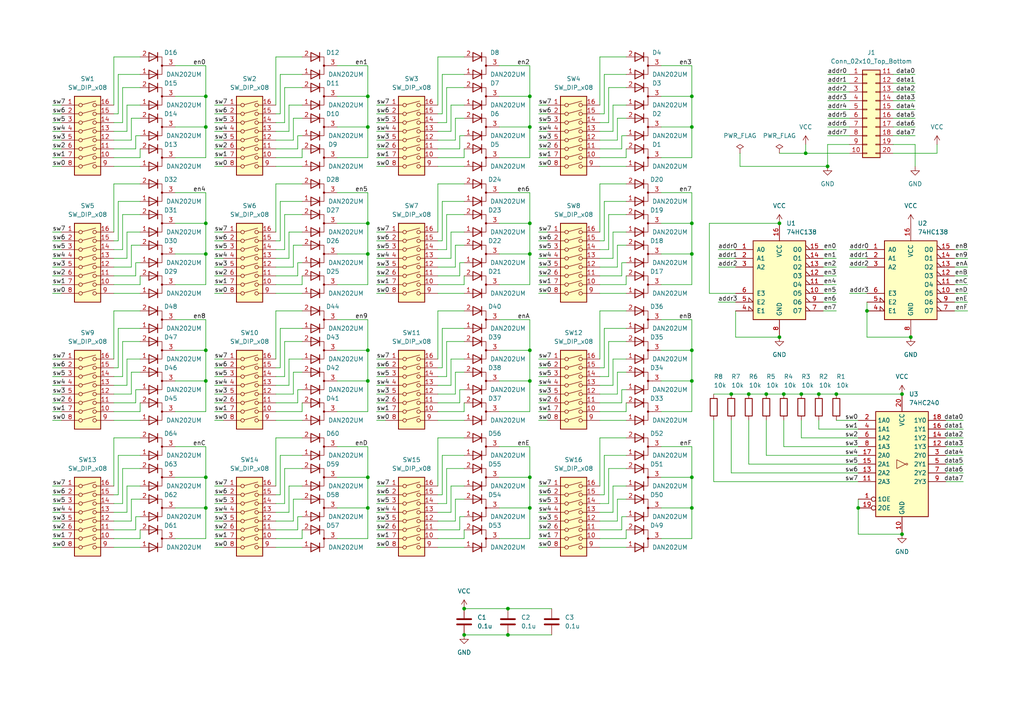
<source format=kicad_sch>
(kicad_sch (version 20211123) (generator eeschema)
  (paper "A4")
  (lib_symbols
    (symbol "74xx:74HC240"
      (property "Reference" "U" (at -7.62 16.51 0))
      (property "Value" "74HC240" (at -7.62 -16.51 0))
      (symbol "74HC240_1_0"
        (pin input inverted (at -12.7 -10.16 0) (length 5.08) (name "1OE") (number "1"))
        (pin power_in line (at 0 -20.32 90) (length 5.08) (name "GND") (number "10"))
        (pin input line (at -12.7 -5.08 0) (length 5.08) (name "2A3") (number "11"))
        (pin tri_state line (at 12.7 5.08 180) (length 5.08) (name "1Y3") (number "12"))
        (pin input line (at -12.7 -2.54 0) (length 5.08) (name "2A2") (number "13"))
        (pin tri_state line (at 12.7 7.62 180) (length 5.08) (name "1Y2") (number "14"))
        (pin input line (at -12.7 0 0) (length 5.08) (name "2A1") (number "15"))
        (pin tri_state line (at 12.7 10.16 180) (length 5.08) (name "1Y1") (number "16"))
        (pin input line (at -12.7 2.54 0) (length 5.08) (name "2A0") (number "17"))
        (pin tri_state line (at 12.7 12.7 180) (length 5.08) (name "1Y0") (number "18"))
        (pin input inverted (at -12.7 -12.7 0) (length 5.08) (name "2OE") (number "19"))
        (pin input line (at -12.7 12.7 0) (length 5.08) (name "1A0") (number "2"))
        (pin power_in line (at 0 20.32 270) (length 5.08) (name "VCC") (number "20"))
        (pin tri_state line (at 12.7 2.54 180) (length 5.08) (name "2Y0") (number "3"))
        (pin input line (at -12.7 10.16 0) (length 5.08) (name "1A1") (number "4"))
        (pin tri_state line (at 12.7 0 180) (length 5.08) (name "2Y1") (number "5"))
        (pin input line (at -12.7 7.62 0) (length 5.08) (name "1A2") (number "6"))
        (pin tri_state line (at 12.7 -2.54 180) (length 5.08) (name "2Y2") (number "7"))
        (pin input line (at -12.7 5.08 0) (length 5.08) (name "1A3") (number "8"))
        (pin tri_state line (at 12.7 -5.08 180) (length 5.08) (name "2Y3") (number "9"))
      )
    )
    (symbol "74xx:74LS138" (pin_names (offset 1.016))
      (property "Reference" "U" (at -7.62 11.43 0))
      (property "Value" "74LS138" (at -7.62 -13.97 0))
      (symbol "74LS138_1_0"
        (pin input line (at -12.7 7.62 0) (length 5.08) (name "A0") (number "1"))
        (pin output output_low (at 12.7 -5.08 180) (length 5.08) (name "O5") (number "10"))
        (pin output output_low (at 12.7 -2.54 180) (length 5.08) (name "O4") (number "11"))
        (pin output output_low (at 12.7 0 180) (length 5.08) (name "O3") (number "12"))
        (pin output output_low (at 12.7 2.54 180) (length 5.08) (name "O2") (number "13"))
        (pin output output_low (at 12.7 5.08 180) (length 5.08) (name "O1") (number "14"))
        (pin output output_low (at 12.7 7.62 180) (length 5.08) (name "O0") (number "15"))
        (pin power_in line (at 0 15.24 270) (length 5.08) (name "VCC") (number "16"))
        (pin input line (at -12.7 5.08 0) (length 5.08) (name "A1") (number "2"))
        (pin input line (at -12.7 2.54 0) (length 5.08) (name "A2") (number "3"))
        (pin input input_low (at -12.7 -10.16 0) (length 5.08) (name "E1") (number "4"))
        (pin input input_low (at -12.7 -7.62 0) (length 5.08) (name "E2") (number "5"))
        (pin input line (at -12.7 -5.08 0) (length 5.08) (name "E3") (number "6"))
        (pin output output_low (at 12.7 -10.16 180) (length 5.08) (name "O7") (number "7"))
        (pin power_in line (at 0 -17.78 90) (length 5.08) (name "GND") (number "8"))
        (pin output output_low (at 12.7 -7.62 180) (length 5.08) (name "O6") (number "9"))
      )
    )
    (symbol "Connector_Generic:Conn_02x10_Top_Bottom" (pin_names (offset 1.016) hide)
      (property "Reference" "J" (at 1.27 12.7 0))
      (property "Value" "Conn_02x10_Top_Bottom" (at 1.27 -15.24 0))
      (symbol "Conn_02x10_Top_Bottom_1_1"
        (pin passive line (at -5.08 10.16 0) (length 3.81) (name "Pin_1") (number "1"))
        (pin passive line (at -5.08 -12.7 0) (length 3.81) (name "Pin_10") (number "10"))
        (pin passive line (at 7.62 10.16 180) (length 3.81) (name "Pin_11") (number "11"))
        (pin passive line (at 7.62 7.62 180) (length 3.81) (name "Pin_12") (number "12"))
        (pin passive line (at 7.62 5.08 180) (length 3.81) (name "Pin_13") (number "13"))
        (pin passive line (at 7.62 2.54 180) (length 3.81) (name "Pin_14") (number "14"))
        (pin passive line (at 7.62 0 180) (length 3.81) (name "Pin_15") (number "15"))
        (pin passive line (at 7.62 -2.54 180) (length 3.81) (name "Pin_16") (number "16"))
        (pin passive line (at 7.62 -5.08 180) (length 3.81) (name "Pin_17") (number "17"))
        (pin passive line (at 7.62 -7.62 180) (length 3.81) (name "Pin_18") (number "18"))
        (pin passive line (at 7.62 -10.16 180) (length 3.81) (name "Pin_19") (number "19"))
        (pin passive line (at -5.08 7.62 0) (length 3.81) (name "Pin_2") (number "2"))
        (pin passive line (at 7.62 -12.7 180) (length 3.81) (name "Pin_20") (number "20"))
        (pin passive line (at -5.08 5.08 0) (length 3.81) (name "Pin_3") (number "3"))
        (pin passive line (at -5.08 2.54 0) (length 3.81) (name "Pin_4") (number "4"))
        (pin passive line (at -5.08 0 0) (length 3.81) (name "Pin_5") (number "5"))
        (pin passive line (at -5.08 -2.54 0) (length 3.81) (name "Pin_6") (number "6"))
        (pin passive line (at -5.08 -5.08 0) (length 3.81) (name "Pin_7") (number "7"))
        (pin passive line (at -5.08 -7.62 0) (length 3.81) (name "Pin_8") (number "8"))
        (pin passive line (at -5.08 -10.16 0) (length 3.81) (name "Pin_9") (number "9"))
      )
    )
    (symbol "Device:C" (pin_numbers hide) (pin_names (offset 0.254))
      (property "Reference" "C" (at 0.635 2.54 0))
      (property "Value" "C" (at 0.635 -2.54 0))
      (symbol "C_1_1"
        (pin passive line (at 0 3.81 270) (length 2.794) (name "~") (number "1"))
        (pin passive line (at 0 -3.81 90) (length 2.794) (name "~") (number "2"))
      )
    )
    (symbol "Device:D_Dual_CommonCathode_AAK_Parallel" (pin_names (offset 0.762) hide)
      (property "Reference" "D" (at 0 5.08 0))
      (property "Value" "D_Dual_CommonCathode_AAK_Parallel" (at 0 -5.08 0))
      (symbol "D_Dual_CommonCathode_AAK_Parallel_0_1"
        (pin passive line (at -5.08 2.54 0) (length 2.54) (name "K") (number "1"))
        (pin passive line (at -5.08 -2.54 0) (length 2.54) (name "K") (number "2"))
        (pin passive line (at 5.08 0 180) (length 2.54) (name "A") (number "3"))
      )
    )
    (symbol "Device:R" (pin_numbers hide) (pin_names (offset 0))
      (property "Reference" "R" (at 2.032 0 90))
      (property "Value" "R" (at 0 0 90))
      (symbol "R_1_1"
        (pin passive line (at 0 3.81 270) (length 1.27) (name "~") (number "1"))
        (pin passive line (at 0 -3.81 90) (length 1.27) (name "~") (number "2"))
      )
    )
    (symbol "Switch:SW_DIP_x08" (pin_names (offset 0) hide)
      (property "Reference" "SW" (at 0 13.97 0))
      (property "Value" "SW_DIP_x08" (at 0 -11.43 0))
      (symbol "SW_DIP_x08_1_1"
        (pin passive line (at -7.62 10.16 0) (length 5.08) (name "~") (number "1"))
        (pin passive line (at 7.62 -5.08 180) (length 5.08) (name "~") (number "10"))
        (pin passive line (at 7.62 -2.54 180) (length 5.08) (name "~") (number "11"))
        (pin passive line (at 7.62 0 180) (length 5.08) (name "~") (number "12"))
        (pin passive line (at 7.62 2.54 180) (length 5.08) (name "~") (number "13"))
        (pin passive line (at 7.62 5.08 180) (length 5.08) (name "~") (number "14"))
        (pin passive line (at 7.62 7.62 180) (length 5.08) (name "~") (number "15"))
        (pin passive line (at 7.62 10.16 180) (length 5.08) (name "~") (number "16"))
        (pin passive line (at -7.62 7.62 0) (length 5.08) (name "~") (number "2"))
        (pin passive line (at -7.62 5.08 0) (length 5.08) (name "~") (number "3"))
        (pin passive line (at -7.62 2.54 0) (length 5.08) (name "~") (number "4"))
        (pin passive line (at -7.62 0 0) (length 5.08) (name "~") (number "5"))
        (pin passive line (at -7.62 -2.54 0) (length 5.08) (name "~") (number "6"))
        (pin passive line (at -7.62 -5.08 0) (length 5.08) (name "~") (number "7"))
        (pin passive line (at -7.62 -7.62 0) (length 5.08) (name "~") (number "8"))
        (pin passive line (at 7.62 -7.62 180) (length 5.08) (name "~") (number "9"))
      )
    )
    (symbol "power:GND" (power) (pin_names (offset 0))
      (property "Value" "GND" (at 0 -3.81 0))
      (symbol "GND_1_1"
        (pin power_in line (at 0 0 270) (length 0) hide (name "GND") (number "1"))
      )
    )
    (symbol "power:PWR_FLAG" (power) (pin_numbers hide) (pin_names (offset 0) hide)
      (property "Value" "PWR_FLAG" (at 0 3.81 0))
      (symbol "PWR_FLAG_0_0"
        (pin power_out line (at 0 0 90) (length 0) (name "pwr") (number "1"))
      )
    )
    (symbol "power:VCC" (power) (pin_names (offset 0))
      (property "Value" "VCC" (at 0 3.81 0))
      (symbol "VCC_1_1"
        (pin power_in line (at 0 0 90) (length 0) hide (name "VCC") (number "1"))
      )
    )
  )
  (junction (at 106.68 36.83))
  (junction (at 200.66 36.83))
  (junction (at 233.68 44.45))
  (junction (at 227.33 114.3))
  (junction (at 153.67 36.83))
  (junction (at 248.92 147.32))
  (junction (at 106.68 138.43))
  (junction (at 134.62 176.53))
  (junction (at 153.67 147.32))
  (junction (at 59.69 36.83))
  (junction (at 153.67 110.49))
  (junction (at 106.68 73.66))
  (junction (at 147.32 176.53))
  (junction (at 226.06 97.79))
  (junction (at 200.66 147.32))
  (junction (at 200.66 73.66))
  (junction (at 200.66 64.77))
  (junction (at 261.62 114.3))
  (junction (at 106.68 147.32))
  (junction (at 240.03 48.26))
  (junction (at 59.69 101.6))
  (junction (at 261.62 154.94))
  (junction (at 153.67 27.94))
  (junction (at 200.66 110.49))
  (junction (at 59.69 73.66))
  (junction (at 59.69 27.94))
  (junction (at 59.69 147.32))
  (junction (at 212.09 114.3))
  (junction (at 59.69 110.49))
  (junction (at 153.67 101.6))
  (junction (at 237.49 114.3))
  (junction (at 200.66 27.94))
  (junction (at 264.16 97.79))
  (junction (at 106.68 101.6))
  (junction (at 200.66 101.6))
  (junction (at 106.68 64.77))
  (junction (at 134.62 184.15))
  (junction (at 226.06 64.77))
  (junction (at 147.32 184.15))
  (junction (at 106.68 27.94))
  (junction (at 153.67 73.66))
  (junction (at 153.67 138.43))
  (junction (at 217.17 114.3))
  (junction (at 242.57 114.3))
  (junction (at 106.68 110.49))
  (junction (at 251.46 90.17))
  (junction (at 59.69 64.77))
  (junction (at 232.41 114.3))
  (junction (at 222.25 114.3))
  (junction (at 59.69 138.43))
  (junction (at 153.67 64.77))
  (junction (at 200.66 138.43))
  (wire (pts (xy 242.57 121.92) (xy 248.92 121.92)))
  (wire (pts (xy 130.81 140.97) (xy 130.81 148.59)))
  (wire (pts (xy 242.57 114.3) (xy 261.62 114.3)))
  (wire (pts (xy 82.55 135.89) (xy 87.63 135.89)))
  (wire (pts (xy 59.69 73.66) (xy 59.69 82.55)))
  (wire (pts (xy 133.35 149.86) (xy 133.35 153.67)))
  (wire (pts (xy 33.02 45.72) (xy 40.64 45.72)))
  (wire (pts (xy 15.24 35.56) (xy 17.78 35.56)))
  (wire (pts (xy 15.24 72.39) (xy 17.78 72.39)))
  (wire (pts (xy 33.02 77.47) (xy 38.1 77.47)))
  (wire (pts (xy 34.29 95.25) (xy 34.29 106.68)))
  (wire (pts (xy 87.63 30.48) (xy 83.82 30.48)))
  (wire (pts (xy 173.99 40.64) (xy 179.07 40.64)))
  (wire (pts (xy 35.56 109.22) (xy 35.56 99.06)))
  (wire (pts (xy 87.63 132.08) (xy 81.28 132.08)))
  (wire (pts (xy 133.35 116.84) (xy 127 116.84)))
  (wire (pts (xy 127 151.13) (xy 132.08 151.13)))
  (wire (pts (xy 33.02 90.17) (xy 40.64 90.17)))
  (wire (pts (xy 200.66 45.72) (xy 191.77 45.72)))
  (wire (pts (xy 175.26 58.42) (xy 175.26 69.85)))
  (wire (pts (xy 153.67 156.21) (xy 144.78 156.21)))
  (wire (pts (xy 85.09 71.12) (xy 87.63 71.12)))
  (wire (pts (xy 106.68 101.6) (xy 97.79 101.6)))
  (wire (pts (xy 15.24 156.21) (xy 17.78 156.21)))
  (wire (pts (xy 156.21 77.47) (xy 158.75 77.47)))
  (wire (pts (xy 200.66 110.49) (xy 200.66 119.38)))
  (wire (pts (xy 200.66 156.21) (xy 191.77 156.21)))
  (wire (pts (xy 271.78 44.45) (xy 271.78 41.91)))
  (wire (pts (xy 87.63 140.97) (xy 83.82 140.97)))
  (wire (pts (xy 181.61 30.48) (xy 177.8 30.48)))
  (wire (pts (xy 82.55 109.22) (xy 82.55 99.06)))
  (wire (pts (xy 109.22 45.72) (xy 111.76 45.72)))
  (wire (pts (xy 39.37 76.2) (xy 39.37 80.01)))
  (wire (pts (xy 238.76 85.09) (xy 242.57 85.09)))
  (wire (pts (xy 129.54 72.39) (xy 129.54 62.23)))
  (wire (pts (xy 15.24 106.68) (xy 17.78 106.68)))
  (wire (pts (xy 15.24 146.05) (xy 17.78 146.05)))
  (wire (pts (xy 240.03 36.83) (xy 246.38 36.83)))
  (wire (pts (xy 173.99 121.92) (xy 181.61 121.92)))
  (wire (pts (xy 82.55 25.4) (xy 87.63 25.4)))
  (wire (pts (xy 173.99 109.22) (xy 176.53 109.22)))
  (wire (pts (xy 39.37 80.01) (xy 33.02 80.01)))
  (wire (pts (xy 153.67 64.77) (xy 144.78 64.77)))
  (wire (pts (xy 87.63 119.38) (xy 87.63 116.84)))
  (wire (pts (xy 106.68 129.54) (xy 106.68 138.43)))
  (wire (pts (xy 86.36 43.18) (xy 80.01 43.18)))
  (wire (pts (xy 213.36 97.79) (xy 226.06 97.79)))
  (wire (pts (xy 87.63 113.03) (xy 86.36 113.03)))
  (wire (pts (xy 62.23 45.72) (xy 64.77 45.72)))
  (wire (pts (xy 173.99 104.14) (xy 173.99 90.17)))
  (wire (pts (xy 274.32 129.54) (xy 279.4 129.54)))
  (wire (pts (xy 15.24 69.85) (xy 17.78 69.85)))
  (wire (pts (xy 34.29 106.68) (xy 33.02 106.68)))
  (wire (pts (xy 205.74 85.09) (xy 213.36 85.09)))
  (wire (pts (xy 246.38 74.93) (xy 251.46 74.93)))
  (wire (pts (xy 106.68 27.94) (xy 97.79 27.94)))
  (wire (pts (xy 217.17 121.92) (xy 217.17 134.62)))
  (wire (pts (xy 276.86 87.63) (xy 280.67 87.63)))
  (wire (pts (xy 134.62 156.21) (xy 134.62 153.67)))
  (wire (pts (xy 15.24 33.02) (xy 17.78 33.02)))
  (wire (pts (xy 109.22 106.68) (xy 111.76 106.68)))
  (wire (pts (xy 181.61 156.21) (xy 181.61 153.67)))
  (wire (pts (xy 50.8 129.54) (xy 59.69 129.54)))
  (wire (pts (xy 33.02 156.21) (xy 40.64 156.21)))
  (wire (pts (xy 15.24 111.76) (xy 17.78 111.76)))
  (wire (pts (xy 134.62 95.25) (xy 128.27 95.25)))
  (wire (pts (xy 181.61 67.31) (xy 177.8 67.31)))
  (wire (pts (xy 128.27 33.02) (xy 127 33.02)))
  (wire (pts (xy 40.64 119.38) (xy 40.64 116.84)))
  (wire (pts (xy 62.23 48.26) (xy 64.77 48.26)))
  (wire (pts (xy 274.32 137.16) (xy 279.4 137.16)))
  (wire (pts (xy 153.67 101.6) (xy 144.78 101.6)))
  (wire (pts (xy 132.08 71.12) (xy 134.62 71.12)))
  (wire (pts (xy 85.09 107.95) (xy 87.63 107.95)))
  (wire (pts (xy 191.77 129.54) (xy 200.66 129.54)))
  (wire (pts (xy 127 30.48) (xy 127 16.51)))
  (wire (pts (xy 274.32 124.46) (xy 279.4 124.46)))
  (wire (pts (xy 238.76 74.93) (xy 242.57 74.93)))
  (wire (pts (xy 153.67 19.05) (xy 153.67 27.94)))
  (wire (pts (xy 109.22 72.39) (xy 111.76 72.39)))
  (wire (pts (xy 38.1 34.29) (xy 40.64 34.29)))
  (wire (pts (xy 80.01 72.39) (xy 82.55 72.39)))
  (wire (pts (xy 240.03 29.21) (xy 246.38 29.21)))
  (wire (pts (xy 33.02 127) (xy 40.64 127)))
  (wire (pts (xy 81.28 143.51) (xy 80.01 143.51)))
  (wire (pts (xy 87.63 95.25) (xy 81.28 95.25)))
  (wire (pts (xy 173.99 114.3) (xy 179.07 114.3)))
  (wire (pts (xy 86.36 39.37) (xy 86.36 43.18)))
  (wire (pts (xy 227.33 121.92) (xy 227.33 129.54)))
  (wire (pts (xy 15.24 77.47) (xy 17.78 77.47)))
  (wire (pts (xy 214.63 48.26) (xy 240.03 48.26)))
  (wire (pts (xy 59.69 147.32) (xy 50.8 147.32)))
  (wire (pts (xy 83.82 111.76) (xy 80.01 111.76)))
  (wire (pts (xy 177.8 30.48) (xy 177.8 38.1)))
  (wire (pts (xy 153.67 27.94) (xy 153.67 36.83)))
  (wire (pts (xy 106.68 19.05) (xy 106.68 27.94)))
  (wire (pts (xy 180.34 39.37) (xy 180.34 43.18)))
  (wire (pts (xy 132.08 34.29) (xy 134.62 34.29)))
  (wire (pts (xy 35.56 25.4) (xy 40.64 25.4)))
  (wire (pts (xy 176.53 35.56) (xy 176.53 25.4)))
  (wire (pts (xy 62.23 74.93) (xy 64.77 74.93)))
  (wire (pts (xy 97.79 19.05) (xy 106.68 19.05)))
  (wire (pts (xy 40.64 104.14) (xy 36.83 104.14)))
  (wire (pts (xy 59.69 147.32) (xy 59.69 156.21)))
  (wire (pts (xy 153.67 55.88) (xy 153.67 64.77)))
  (wire (pts (xy 106.68 55.88) (xy 106.68 64.77)))
  (wire (pts (xy 33.02 48.26) (xy 40.64 48.26)))
  (wire (pts (xy 179.07 71.12) (xy 181.61 71.12)))
  (wire (pts (xy 130.81 111.76) (xy 127 111.76)))
  (wire (pts (xy 34.29 132.08) (xy 34.29 143.51)))
  (wire (pts (xy 62.23 33.02) (xy 64.77 33.02)))
  (wire (pts (xy 207.01 114.3) (xy 212.09 114.3)))
  (wire (pts (xy 38.1 151.13) (xy 38.1 144.78)))
  (wire (pts (xy 80.01 140.97) (xy 80.01 127)))
  (wire (pts (xy 276.86 82.55) (xy 280.67 82.55)))
  (wire (pts (xy 109.22 156.21) (xy 111.76 156.21)))
  (wire (pts (xy 80.01 77.47) (xy 85.09 77.47)))
  (wire (pts (xy 177.8 74.93) (xy 173.99 74.93)))
  (wire (pts (xy 87.63 149.86) (xy 86.36 149.86)))
  (wire (pts (xy 40.64 21.59) (xy 34.29 21.59)))
  (wire (pts (xy 86.36 153.67) (xy 80.01 153.67)))
  (wire (pts (xy 132.08 114.3) (xy 132.08 107.95)))
  (wire (pts (xy 40.64 140.97) (xy 36.83 140.97)))
  (wire (pts (xy 109.22 69.85) (xy 111.76 69.85)))
  (wire (pts (xy 40.64 95.25) (xy 34.29 95.25)))
  (wire (pts (xy 153.67 64.77) (xy 153.67 73.66)))
  (wire (pts (xy 15.24 148.59) (xy 17.78 148.59)))
  (wire (pts (xy 97.79 92.71) (xy 106.68 92.71)))
  (wire (pts (xy 248.92 154.94) (xy 261.62 154.94)))
  (wire (pts (xy 200.66 147.32) (xy 200.66 156.21)))
  (wire (pts (xy 153.67 92.71) (xy 153.67 101.6)))
  (wire (pts (xy 109.22 151.13) (xy 111.76 151.13)))
  (wire (pts (xy 214.63 44.45) (xy 214.63 48.26)))
  (wire (pts (xy 200.66 73.66) (xy 191.77 73.66)))
  (wire (pts (xy 86.36 116.84) (xy 80.01 116.84)))
  (wire (pts (xy 246.38 77.47) (xy 251.46 77.47)))
  (wire (pts (xy 127 90.17) (xy 134.62 90.17)))
  (wire (pts (xy 200.66 119.38) (xy 191.77 119.38)))
  (wire (pts (xy 173.99 158.75) (xy 181.61 158.75)))
  (wire (pts (xy 156.21 121.92) (xy 158.75 121.92)))
  (wire (pts (xy 226.06 64.77) (xy 205.74 64.77)))
  (wire (pts (xy 109.22 77.47) (xy 111.76 77.47)))
  (wire (pts (xy 106.68 64.77) (xy 97.79 64.77)))
  (wire (pts (xy 34.29 143.51) (xy 33.02 143.51)))
  (wire (pts (xy 109.22 33.02) (xy 111.76 33.02)))
  (wire (pts (xy 38.1 40.64) (xy 38.1 34.29)))
  (wire (pts (xy 181.61 95.25) (xy 175.26 95.25)))
  (wire (pts (xy 40.64 39.37) (xy 39.37 39.37)))
  (wire (pts (xy 232.41 121.92) (xy 232.41 127)))
  (wire (pts (xy 133.35 113.03) (xy 133.35 116.84)))
  (wire (pts (xy 156.21 40.64) (xy 158.75 40.64)))
  (wire (pts (xy 83.82 38.1) (xy 80.01 38.1)))
  (wire (pts (xy 109.22 40.64) (xy 111.76 40.64)))
  (wire (pts (xy 81.28 95.25) (xy 81.28 106.68)))
  (wire (pts (xy 133.35 80.01) (xy 127 80.01)))
  (wire (pts (xy 175.26 106.68) (xy 173.99 106.68)))
  (wire (pts (xy 208.28 74.93) (xy 213.36 74.93)))
  (wire (pts (xy 175.26 69.85) (xy 173.99 69.85)))
  (wire (pts (xy 153.67 129.54) (xy 153.67 138.43)))
  (wire (pts (xy 109.22 48.26) (xy 111.76 48.26)))
  (wire (pts (xy 106.68 64.77) (xy 106.68 73.66)))
  (wire (pts (xy 86.36 149.86) (xy 86.36 153.67)))
  (wire (pts (xy 15.24 40.64) (xy 17.78 40.64)))
  (wire (pts (xy 153.67 73.66) (xy 153.67 82.55)))
  (wire (pts (xy 62.23 114.3) (xy 64.77 114.3)))
  (wire (pts (xy 128.27 106.68) (xy 127 106.68)))
  (wire (pts (xy 153.67 147.32) (xy 153.67 156.21)))
  (wire (pts (xy 238.76 72.39) (xy 242.57 72.39)))
  (wire (pts (xy 227.33 129.54) (xy 248.92 129.54)))
  (wire (pts (xy 153.67 45.72) (xy 144.78 45.72)))
  (wire (pts (xy 173.99 119.38) (xy 181.61 119.38)))
  (wire (pts (xy 156.21 148.59) (xy 158.75 148.59)))
  (wire (pts (xy 127 109.22) (xy 129.54 109.22)))
  (wire (pts (xy 144.78 55.88) (xy 153.67 55.88)))
  (wire (pts (xy 109.22 82.55) (xy 111.76 82.55)))
  (wire (pts (xy 128.27 143.51) (xy 127 143.51)))
  (wire (pts (xy 181.61 132.08) (xy 175.26 132.08)))
  (wire (pts (xy 130.81 30.48) (xy 130.81 38.1)))
  (wire (pts (xy 153.67 138.43) (xy 153.67 147.32)))
  (wire (pts (xy 156.21 106.68) (xy 158.75 106.68)))
  (wire (pts (xy 134.62 30.48) (xy 130.81 30.48)))
  (wire (pts (xy 153.67 119.38) (xy 144.78 119.38)))
  (wire (pts (xy 173.99 127) (xy 181.61 127)))
  (wire (pts (xy 265.43 41.91) (xy 265.43 48.26)))
  (wire (pts (xy 134.62 21.59) (xy 128.27 21.59)))
  (wire (pts (xy 59.69 129.54) (xy 59.69 138.43)))
  (wire (pts (xy 176.53 146.05) (xy 176.53 135.89)))
  (wire (pts (xy 181.61 119.38) (xy 181.61 116.84)))
  (wire (pts (xy 129.54 99.06) (xy 134.62 99.06)))
  (wire (pts (xy 82.55 99.06) (xy 87.63 99.06)))
  (wire (pts (xy 87.63 58.42) (xy 81.28 58.42)))
  (wire (pts (xy 130.81 67.31) (xy 130.81 74.93)))
  (wire (pts (xy 15.24 140.97) (xy 17.78 140.97)))
  (wire (pts (xy 240.03 26.67) (xy 246.38 26.67)))
  (wire (pts (xy 156.21 67.31) (xy 158.75 67.31)))
  (wire (pts (xy 87.63 39.37) (xy 86.36 39.37)))
  (wire (pts (xy 233.68 44.45) (xy 246.38 44.45)))
  (wire (pts (xy 134.62 149.86) (xy 133.35 149.86)))
  (wire (pts (xy 86.36 80.01) (xy 80.01 80.01)))
  (wire (pts (xy 179.07 34.29) (xy 181.61 34.29)))
  (wire (pts (xy 156.21 111.76) (xy 158.75 111.76)))
  (wire (pts (xy 109.22 104.14) (xy 111.76 104.14)))
  (wire (pts (xy 15.24 74.93) (xy 17.78 74.93)))
  (wire (pts (xy 39.37 43.18) (xy 33.02 43.18)))
  (wire (pts (xy 248.92 147.32) (xy 248.92 154.94)))
  (wire (pts (xy 106.68 138.43) (xy 97.79 138.43)))
  (wire (pts (xy 156.21 146.05) (xy 158.75 146.05)))
  (wire (pts (xy 200.66 101.6) (xy 191.77 101.6)))
  (wire (pts (xy 82.55 62.23) (xy 87.63 62.23)))
  (wire (pts (xy 80.01 114.3) (xy 85.09 114.3)))
  (wire (pts (xy 39.37 116.84) (xy 33.02 116.84)))
  (wire (pts (xy 130.81 38.1) (xy 127 38.1)))
  (wire (pts (xy 259.08 24.13) (xy 265.43 24.13)))
  (wire (pts (xy 109.22 38.1) (xy 111.76 38.1)))
  (wire (pts (xy 34.29 58.42) (xy 34.29 69.85)))
  (wire (pts (xy 33.02 146.05) (xy 35.56 146.05)))
  (wire (pts (xy 153.67 138.43) (xy 144.78 138.43)))
  (wire (pts (xy 147.32 184.15) (xy 160.02 184.15)))
  (wire (pts (xy 156.21 140.97) (xy 158.75 140.97)))
  (wire (pts (xy 173.99 48.26) (xy 181.61 48.26)))
  (wire (pts (xy 33.02 53.34) (xy 40.64 53.34)))
  (wire (pts (xy 156.21 82.55) (xy 158.75 82.55)))
  (wire (pts (xy 127 146.05) (xy 129.54 146.05)))
  (wire (pts (xy 173.99 16.51) (xy 181.61 16.51)))
  (wire (pts (xy 181.61 104.14) (xy 177.8 104.14)))
  (wire (pts (xy 59.69 36.83) (xy 50.8 36.83)))
  (wire (pts (xy 106.68 36.83) (xy 97.79 36.83)))
  (wire (pts (xy 59.69 110.49) (xy 50.8 110.49)))
  (wire (pts (xy 156.21 153.67) (xy 158.75 153.67)))
  (wire (pts (xy 80.01 90.17) (xy 87.63 90.17)))
  (wire (pts (xy 59.69 138.43) (xy 59.69 147.32)))
  (wire (pts (xy 82.55 72.39) (xy 82.55 62.23)))
  (wire (pts (xy 109.22 146.05) (xy 111.76 146.05)))
  (wire (pts (xy 176.53 99.06) (xy 181.61 99.06)))
  (wire (pts (xy 109.22 43.18) (xy 111.76 43.18)))
  (wire (pts (xy 180.34 113.03) (xy 180.34 116.84)))
  (wire (pts (xy 153.67 82.55) (xy 144.78 82.55)))
  (wire (pts (xy 181.61 58.42) (xy 175.26 58.42)))
  (wire (pts (xy 200.66 101.6) (xy 200.66 110.49)))
  (wire (pts (xy 128.27 69.85) (xy 127 69.85)))
  (wire (pts (xy 156.21 158.75) (xy 158.75 158.75)))
  (wire (pts (xy 106.68 156.21) (xy 97.79 156.21)))
  (wire (pts (xy 15.24 85.09) (xy 17.78 85.09)))
  (wire (pts (xy 176.53 135.89) (xy 181.61 135.89)))
  (wire (pts (xy 86.36 76.2) (xy 86.36 80.01)))
  (wire (pts (xy 153.67 110.49) (xy 144.78 110.49)))
  (wire (pts (xy 237.49 121.92) (xy 237.49 124.46)))
  (wire (pts (xy 127 121.92) (xy 134.62 121.92)))
  (wire (pts (xy 276.86 77.47) (xy 280.67 77.47)))
  (wire (pts (xy 180.34 76.2) (xy 180.34 80.01)))
  (wire (pts (xy 36.83 67.31) (xy 36.83 74.93)))
  (wire (pts (xy 127 119.38) (xy 134.62 119.38)))
  (wire (pts (xy 106.68 119.38) (xy 97.79 119.38)))
  (wire (pts (xy 15.24 80.01) (xy 17.78 80.01)))
  (wire (pts (xy 248.92 144.78) (xy 248.92 147.32)))
  (wire (pts (xy 129.54 35.56) (xy 129.54 25.4)))
  (wire (pts (xy 109.22 116.84) (xy 111.76 116.84)))
  (wire (pts (xy 173.99 35.56) (xy 176.53 35.56)))
  (wire (pts (xy 39.37 149.86) (xy 39.37 153.67)))
  (wire (pts (xy 62.23 153.67) (xy 64.77 153.67)))
  (wire (pts (xy 175.26 132.08) (xy 175.26 143.51)))
  (wire (pts (xy 34.29 33.02) (xy 33.02 33.02)))
  (wire (pts (xy 222.25 114.3) (xy 227.33 114.3)))
  (wire (pts (xy 109.22 85.09) (xy 111.76 85.09)))
  (wire (pts (xy 109.22 109.22) (xy 111.76 109.22)))
  (wire (pts (xy 240.03 21.59) (xy 246.38 21.59)))
  (wire (pts (xy 40.64 149.86) (xy 39.37 149.86)))
  (wire (pts (xy 106.68 138.43) (xy 106.68 147.32)))
  (wire (pts (xy 132.08 107.95) (xy 134.62 107.95)))
  (wire (pts (xy 80.01 53.34) (xy 87.63 53.34)))
  (wire (pts (xy 144.78 19.05) (xy 153.67 19.05)))
  (wire (pts (xy 156.21 119.38) (xy 158.75 119.38)))
  (wire (pts (xy 40.64 58.42) (xy 34.29 58.42)))
  (wire (pts (xy 15.24 116.84) (xy 17.78 116.84)))
  (wire (pts (xy 85.09 40.64) (xy 85.09 34.29)))
  (wire (pts (xy 240.03 31.75) (xy 246.38 31.75)))
  (wire (pts (xy 180.34 43.18) (xy 173.99 43.18)))
  (wire (pts (xy 200.66 73.66) (xy 200.66 82.55)))
  (wire (pts (xy 83.82 140.97) (xy 83.82 148.59)))
  (wire (pts (xy 36.83 74.93) (xy 33.02 74.93)))
  (wire (pts (xy 50.8 92.71) (xy 59.69 92.71)))
  (wire (pts (xy 62.23 40.64) (xy 64.77 40.64)))
  (wire (pts (xy 38.1 77.47) (xy 38.1 71.12)))
  (wire (pts (xy 238.76 87.63) (xy 242.57 87.63)))
  (wire (pts (xy 156.21 114.3) (xy 158.75 114.3)))
  (wire (pts (xy 36.83 38.1) (xy 33.02 38.1)))
  (wire (pts (xy 129.54 25.4) (xy 134.62 25.4)))
  (wire (pts (xy 109.22 111.76) (xy 111.76 111.76)))
  (wire (pts (xy 181.61 39.37) (xy 180.34 39.37)))
  (wire (pts (xy 85.09 144.78) (xy 87.63 144.78)))
  (wire (pts (xy 173.99 90.17) (xy 181.61 90.17)))
  (wire (pts (xy 85.09 34.29) (xy 87.63 34.29)))
  (wire (pts (xy 38.1 71.12) (xy 40.64 71.12)))
  (wire (pts (xy 50.8 19.05) (xy 59.69 19.05)))
  (wire (pts (xy 39.37 113.03) (xy 39.37 116.84)))
  (wire (pts (xy 109.22 30.48) (xy 111.76 30.48)))
  (wire (pts (xy 274.32 134.62) (xy 279.4 134.62)))
  (wire (pts (xy 33.02 121.92) (xy 40.64 121.92)))
  (wire (pts (xy 80.01 45.72) (xy 87.63 45.72)))
  (wire (pts (xy 153.67 101.6) (xy 153.67 110.49)))
  (wire (pts (xy 36.83 104.14) (xy 36.83 111.76)))
  (wire (pts (xy 179.07 107.95) (xy 181.61 107.95)))
  (wire (pts (xy 59.69 156.21) (xy 50.8 156.21)))
  (wire (pts (xy 106.68 110.49) (xy 97.79 110.49)))
  (wire (pts (xy 176.53 109.22) (xy 176.53 99.06)))
  (wire (pts (xy 200.66 27.94) (xy 200.66 36.83)))
  (wire (pts (xy 109.22 153.67) (xy 111.76 153.67)))
  (wire (pts (xy 240.03 41.91) (xy 240.03 48.26)))
  (wire (pts (xy 62.23 82.55) (xy 64.77 82.55)))
  (wire (pts (xy 238.76 77.47) (xy 242.57 77.47)))
  (wire (pts (xy 179.07 77.47) (xy 179.07 71.12)))
  (wire (pts (xy 33.02 35.56) (xy 35.56 35.56)))
  (wire (pts (xy 87.63 45.72) (xy 87.63 43.18)))
  (wire (pts (xy 36.83 148.59) (xy 33.02 148.59)))
  (wire (pts (xy 127 45.72) (xy 134.62 45.72)))
  (wire (pts (xy 134.62 132.08) (xy 128.27 132.08)))
  (wire (pts (xy 156.21 80.01) (xy 158.75 80.01)))
  (wire (pts (xy 127 40.64) (xy 132.08 40.64)))
  (wire (pts (xy 176.53 25.4) (xy 181.61 25.4)))
  (wire (pts (xy 109.22 140.97) (xy 111.76 140.97)))
  (wire (pts (xy 34.29 21.59) (xy 34.29 33.02)))
  (wire (pts (xy 259.08 44.45) (xy 271.78 44.45)))
  (wire (pts (xy 144.78 92.71) (xy 153.67 92.71)))
  (wire (pts (xy 36.83 111.76) (xy 33.02 111.76)))
  (wire (pts (xy 276.86 74.93) (xy 280.67 74.93)))
  (wire (pts (xy 106.68 147.32) (xy 97.79 147.32)))
  (wire (pts (xy 62.23 143.51) (xy 64.77 143.51)))
  (wire (pts (xy 177.8 104.14) (xy 177.8 111.76)))
  (wire (pts (xy 240.03 24.13) (xy 246.38 24.13)))
  (wire (pts (xy 15.24 48.26) (xy 17.78 48.26)))
  (wire (pts (xy 237.49 124.46) (xy 248.92 124.46)))
  (wire (pts (xy 15.24 121.92) (xy 17.78 121.92)))
  (wire (pts (xy 217.17 114.3) (xy 222.25 114.3)))
  (wire (pts (xy 127 67.31) (xy 127 53.34)))
  (wire (pts (xy 130.81 74.93) (xy 127 74.93)))
  (wire (pts (xy 175.26 21.59) (xy 175.26 33.02)))
  (wire (pts (xy 127 127) (xy 134.62 127)))
  (wire (pts (xy 153.67 27.94) (xy 144.78 27.94)))
  (wire (pts (xy 15.24 38.1) (xy 17.78 38.1)))
  (wire (pts (xy 200.66 27.94) (xy 191.77 27.94)))
  (wire (pts (xy 62.23 121.92) (xy 64.77 121.92)))
  (wire (pts (xy 212.09 114.3) (xy 217.17 114.3)))
  (wire (pts (xy 274.32 121.92) (xy 279.4 121.92)))
  (wire (pts (xy 81.28 106.68) (xy 80.01 106.68)))
  (wire (pts (xy 33.02 16.51) (xy 40.64 16.51)))
  (wire (pts (xy 39.37 39.37) (xy 39.37 43.18)))
  (wire (pts (xy 156.21 45.72) (xy 158.75 45.72)))
  (wire (pts (xy 40.64 45.72) (xy 40.64 43.18)))
  (wire (pts (xy 81.28 33.02) (xy 80.01 33.02)))
  (wire (pts (xy 134.62 184.15) (xy 147.32 184.15)))
  (wire (pts (xy 38.1 144.78) (xy 40.64 144.78)))
  (wire (pts (xy 181.61 113.03) (xy 180.34 113.03)))
  (wire (pts (xy 15.24 151.13) (xy 17.78 151.13)))
  (wire (pts (xy 259.08 34.29) (xy 265.43 34.29)))
  (wire (pts (xy 238.76 82.55) (xy 242.57 82.55)))
  (wire (pts (xy 200.66 36.83) (xy 191.77 36.83)))
  (wire (pts (xy 81.28 21.59) (xy 81.28 33.02)))
  (wire (pts (xy 181.61 76.2) (xy 180.34 76.2)))
  (wire (pts (xy 62.23 67.31) (xy 64.77 67.31)))
  (wire (pts (xy 80.01 121.92) (xy 87.63 121.92)))
  (wire (pts (xy 127 53.34) (xy 134.62 53.34)))
  (wire (pts (xy 33.02 104.14) (xy 33.02 90.17)))
  (wire (pts (xy 127 16.51) (xy 134.62 16.51)))
  (wire (pts (xy 35.56 135.89) (xy 40.64 135.89)))
  (wire (pts (xy 59.69 110.49) (xy 59.69 119.38)))
  (wire (pts (xy 127 48.26) (xy 134.62 48.26)))
  (wire (pts (xy 127 72.39) (xy 129.54 72.39)))
  (wire (pts (xy 173.99 53.34) (xy 181.61 53.34)))
  (wire (pts (xy 127 156.21) (xy 134.62 156.21)))
  (wire (pts (xy 87.63 67.31) (xy 83.82 67.31)))
  (wire (pts (xy 15.24 104.14) (xy 17.78 104.14)))
  (wire (pts (xy 156.21 156.21) (xy 158.75 156.21)))
  (wire (pts (xy 83.82 74.93) (xy 80.01 74.93)))
  (wire (pts (xy 15.24 114.3) (xy 17.78 114.3)))
  (wire (pts (xy 222.25 132.08) (xy 248.92 132.08)))
  (wire (pts (xy 80.01 67.31) (xy 80.01 53.34)))
  (wire (pts (xy 81.28 132.08) (xy 81.28 143.51)))
  (wire (pts (xy 35.56 72.39) (xy 35.56 62.23)))
  (wire (pts (xy 109.22 158.75) (xy 111.76 158.75)))
  (wire (pts (xy 35.56 146.05) (xy 35.56 135.89)))
  (wire (pts (xy 246.38 72.39) (xy 251.46 72.39)))
  (wire (pts (xy 153.67 36.83) (xy 153.67 45.72)))
  (wire (pts (xy 33.02 114.3) (xy 38.1 114.3)))
  (wire (pts (xy 62.23 158.75) (xy 64.77 158.75)))
  (wire (pts (xy 59.69 138.43) (xy 50.8 138.43)))
  (wire (pts (xy 180.34 116.84) (xy 173.99 116.84)))
  (wire (pts (xy 156.21 30.48) (xy 158.75 30.48)))
  (wire (pts (xy 87.63 82.55) (xy 87.63 80.01)))
  (wire (pts (xy 134.62 82.55) (xy 134.62 80.01)))
  (wire (pts (xy 15.24 82.55) (xy 17.78 82.55)))
  (wire (pts (xy 200.66 147.32) (xy 191.77 147.32)))
  (wire (pts (xy 238.76 90.17) (xy 242.57 90.17)))
  (wire (pts (xy 181.61 140.97) (xy 177.8 140.97)))
  (wire (pts (xy 33.02 140.97) (xy 33.02 127)))
  (wire (pts (xy 180.34 149.86) (xy 180.34 153.67)))
  (wire (pts (xy 191.77 55.88) (xy 200.66 55.88)))
  (wire (pts (xy 129.54 62.23) (xy 134.62 62.23)))
  (wire (pts (xy 106.68 110.49) (xy 106.68 119.38)))
  (wire (pts (xy 134.62 39.37) (xy 133.35 39.37)))
  (wire (pts (xy 181.61 45.72) (xy 181.61 43.18)))
  (wire (pts (xy 80.01 127) (xy 87.63 127)))
  (wire (pts (xy 127 82.55) (xy 134.62 82.55)))
  (wire (pts (xy 246.38 85.09) (xy 251.46 85.09)))
  (wire (pts (xy 191.77 92.71) (xy 200.66 92.71)))
  (wire (pts (xy 62.23 140.97) (xy 64.77 140.97)))
  (wire (pts (xy 173.99 85.09) (xy 181.61 85.09)))
  (wire (pts (xy 127 35.56) (xy 129.54 35.56)))
  (wire (pts (xy 38.1 114.3) (xy 38.1 107.95)))
  (wire (pts (xy 59.69 92.71) (xy 59.69 101.6)))
  (wire (pts (xy 87.63 76.2) (xy 86.36 76.2)))
  (wire (pts (xy 15.24 153.67) (xy 17.78 153.67)))
  (wire (pts (xy 173.99 72.39) (xy 176.53 72.39)))
  (wire (pts (xy 259.08 21.59) (xy 265.43 21.59)))
  (wire (pts (xy 59.69 119.38) (xy 50.8 119.38)))
  (wire (pts (xy 213.36 90.17) (xy 213.36 97.79)))
  (wire (pts (xy 181.61 82.55) (xy 181.61 80.01)))
  (wire (pts (xy 259.08 36.83) (xy 265.43 36.83)))
  (wire (pts (xy 200.66 92.71) (xy 200.66 101.6)))
  (wire (pts (xy 35.56 35.56) (xy 35.56 25.4)))
  (wire (pts (xy 80.01 82.55) (xy 87.63 82.55)))
  (wire (pts (xy 80.01 104.14) (xy 80.01 90.17)))
  (wire (pts (xy 200.66 36.83) (xy 200.66 45.72)))
  (wire (pts (xy 50.8 55.88) (xy 59.69 55.88)))
  (wire (pts (xy 222.25 121.92) (xy 222.25 132.08)))
  (wire (pts (xy 59.69 45.72) (xy 50.8 45.72)))
  (wire (pts (xy 82.55 35.56) (xy 82.55 25.4)))
  (wire (pts (xy 62.23 156.21) (xy 64.77 156.21)))
  (wire (pts (xy 80.01 30.48) (xy 80.01 16.51)))
  (wire (pts (xy 177.8 111.76) (xy 173.99 111.76)))
  (wire (pts (xy 106.68 101.6) (xy 106.68 110.49)))
  (wire (pts (xy 129.54 135.89) (xy 134.62 135.89)))
  (wire (pts (xy 134.62 76.2) (xy 133.35 76.2)))
  (wire (pts (xy 80.01 151.13) (xy 85.09 151.13)))
  (wire (pts (xy 232.41 127) (xy 248.92 127)))
  (wire (pts (xy 40.64 156.21) (xy 40.64 153.67)))
  (wire (pts (xy 274.32 127) (xy 279.4 127)))
  (wire (pts (xy 200.66 129.54) (xy 200.66 138.43)))
  (wire (pts (xy 212.09 137.16) (xy 248.92 137.16)))
  (wire (pts (xy 181.61 21.59) (xy 175.26 21.59)))
  (wire (pts (xy 40.64 67.31) (xy 36.83 67.31)))
  (wire (pts (xy 200.66 64.77) (xy 191.77 64.77)))
  (wire (pts (xy 109.22 121.92) (xy 111.76 121.92)))
  (wire (pts (xy 36.83 30.48) (xy 36.83 38.1)))
  (wire (pts (xy 127 158.75) (xy 134.62 158.75)))
  (wire (pts (xy 40.64 82.55) (xy 40.64 80.01)))
  (wire (pts (xy 36.83 140.97) (xy 36.83 148.59)))
  (wire (pts (xy 156.21 43.18) (xy 158.75 43.18)))
  (wire (pts (xy 87.63 21.59) (xy 81.28 21.59)))
  (wire (pts (xy 59.69 101.6) (xy 50.8 101.6)))
  (wire (pts (xy 109.22 74.93) (xy 111.76 74.93)))
  (wire (pts (xy 62.23 35.56) (xy 64.77 35.56)))
  (wire (pts (xy 15.24 43.18) (xy 17.78 43.18)))
  (wire (pts (xy 59.69 64.77) (xy 50.8 64.77)))
  (wire (pts (xy 128.27 21.59) (xy 128.27 33.02)))
  (wire (pts (xy 173.99 151.13) (xy 179.07 151.13)))
  (wire (pts (xy 80.01 119.38) (xy 87.63 119.38)))
  (wire (pts (xy 175.26 95.25) (xy 175.26 106.68)))
  (wire (pts (xy 200.66 55.88) (xy 200.66 64.77)))
  (wire (pts (xy 179.07 151.13) (xy 179.07 144.78)))
  (wire (pts (xy 133.35 76.2) (xy 133.35 80.01)))
  (wire (pts (xy 15.24 30.48) (xy 17.78 30.48)))
  (wire (pts (xy 59.69 55.88) (xy 59.69 64.77)))
  (wire (pts (xy 62.23 146.05) (xy 64.77 146.05)))
  (wire (pts (xy 177.8 140.97) (xy 177.8 148.59)))
  (wire (pts (xy 251.46 97.79) (xy 264.16 97.79)))
  (wire (pts (xy 59.69 27.94) (xy 50.8 27.94)))
  (wire (pts (xy 109.22 67.31) (xy 111.76 67.31)))
  (wire (pts (xy 33.02 85.09) (xy 40.64 85.09)))
  (wire (pts (xy 227.33 114.3) (xy 232.41 114.3)))
  (wire (pts (xy 156.21 74.93) (xy 158.75 74.93)))
  (wire (pts (xy 134.62 140.97) (xy 130.81 140.97)))
  (wire (pts (xy 237.49 114.3) (xy 242.57 114.3)))
  (wire (pts (xy 276.86 72.39) (xy 280.67 72.39)))
  (wire (pts (xy 130.81 148.59) (xy 127 148.59)))
  (wire (pts (xy 85.09 77.47) (xy 85.09 71.12)))
  (wire (pts (xy 83.82 148.59) (xy 80.01 148.59)))
  (wire (pts (xy 15.24 45.72) (xy 17.78 45.72)))
  (wire (pts (xy 132.08 151.13) (xy 132.08 144.78)))
  (wire (pts (xy 40.64 76.2) (xy 39.37 76.2)))
  (wire (pts (xy 133.35 43.18) (xy 127 43.18)))
  (wire (pts (xy 173.99 140.97) (xy 173.99 127)))
  (wire (pts (xy 106.68 27.94) (xy 106.68 36.83)))
  (wire (pts (xy 200.66 138.43) (xy 200.66 147.32)))
  (wire (pts (xy 62.23 109.22) (xy 64.77 109.22)))
  (wire (pts (xy 134.62 67.31) (xy 130.81 67.31)))
  (wire (pts (xy 173.99 156.21) (xy 181.61 156.21)))
  (wire (pts (xy 156.21 85.09) (xy 158.75 85.09)))
  (wire (pts (xy 40.64 132.08) (xy 34.29 132.08)))
  (wire (pts (xy 175.26 33.02) (xy 173.99 33.02)))
  (wire (pts (xy 33.02 30.48) (xy 33.02 16.51)))
  (wire (pts (xy 39.37 153.67) (xy 33.02 153.67)))
  (wire (pts (xy 129.54 109.22) (xy 129.54 99.06)))
  (wire (pts (xy 176.53 72.39) (xy 176.53 62.23)))
  (wire (pts (xy 191.77 19.05) (xy 200.66 19.05)))
  (wire (pts (xy 109.22 119.38) (xy 111.76 119.38)))
  (wire (pts (xy 81.28 69.85) (xy 80.01 69.85)))
  (wire (pts (xy 82.55 146.05) (xy 82.55 135.89)))
  (wire (pts (xy 128.27 95.25) (xy 128.27 106.68)))
  (wire (pts (xy 153.67 73.66) (xy 144.78 73.66)))
  (wire (pts (xy 156.21 143.51) (xy 158.75 143.51)))
  (wire (pts (xy 276.86 90.17) (xy 280.67 90.17)))
  (wire (pts (xy 200.66 82.55) (xy 191.77 82.55)))
  (wire (pts (xy 59.69 27.94) (xy 59.69 36.83)))
  (wire (pts (xy 129.54 146.05) (xy 129.54 135.89)))
  (wire (pts (xy 208.28 77.47) (xy 213.36 77.47)))
  (wire (pts (xy 173.99 146.05) (xy 176.53 146.05)))
  (wire (pts (xy 246.38 41.91) (xy 240.03 41.91)))
  (wire (pts (xy 200.66 64.77) (xy 200.66 73.66)))
  (wire (pts (xy 33.02 82.55) (xy 40.64 82.55)))
  (wire (pts (xy 205.74 64.77) (xy 205.74 85.09)))
  (wire (pts (xy 81.28 58.42) (xy 81.28 69.85)))
  (wire (pts (xy 276.86 85.09) (xy 280.67 85.09)))
  (wire (pts (xy 33.02 151.13) (xy 38.1 151.13)))
  (wire (pts (xy 34.29 69.85) (xy 33.02 69.85)))
  (wire (pts (xy 106.68 73.66) (xy 97.79 73.66)))
  (wire (pts (xy 80.01 48.26) (xy 87.63 48.26)))
  (wire (pts (xy 128.27 58.42) (xy 128.27 69.85)))
  (wire (pts (xy 15.24 119.38) (xy 17.78 119.38)))
  (wire (pts (xy 147.32 176.53) (xy 160.02 176.53)))
  (wire (pts (xy 62.23 72.39) (xy 64.77 72.39)))
  (wire (pts (xy 40.64 113.03) (xy 39.37 113.03)))
  (wire (pts (xy 259.08 41.91) (xy 265.43 41.91)))
  (wire (pts (xy 240.03 39.37) (xy 246.38 39.37)))
  (wire (pts (xy 15.24 109.22) (xy 17.78 109.22)))
  (wire (pts (xy 109.22 148.59) (xy 111.76 148.59)))
  (wire (pts (xy 33.02 158.75) (xy 40.64 158.75)))
  (wire (pts (xy 33.02 40.64) (xy 38.1 40.64)))
  (wire (pts (xy 109.22 114.3) (xy 111.76 114.3)))
  (wire (pts (xy 156.21 72.39) (xy 158.75 72.39)))
  (wire (pts (xy 233.68 41.91) (xy 233.68 44.45)))
  (wire (pts (xy 176.53 62.23) (xy 181.61 62.23)))
  (wire (pts (xy 153.67 36.83) (xy 144.78 36.83)))
  (wire (pts (xy 106.68 36.83) (xy 106.68 45.72)))
  (wire (pts (xy 62.23 38.1) (xy 64.77 38.1)))
  (wire (pts (xy 85.09 114.3) (xy 85.09 107.95)))
  (wire (pts (xy 274.32 139.7) (xy 279.4 139.7)))
  (wire (pts (xy 83.82 104.14) (xy 83.82 111.76)))
  (wire (pts (xy 200.66 110.49) (xy 191.77 110.49)))
  (wire (pts (xy 86.36 113.03) (xy 86.36 116.84)))
  (wire (pts (xy 59.69 73.66) (xy 50.8 73.66)))
  (wire (pts (xy 175.26 143.51) (xy 173.99 143.51)))
  (wire (pts (xy 87.63 156.21) (xy 87.63 153.67)))
  (wire (pts (xy 38.1 107.95) (xy 40.64 107.95)))
  (wire (pts (xy 156.21 33.02) (xy 158.75 33.02)))
  (wire (pts (xy 15.24 158.75) (xy 17.78 158.75)))
  (wire (pts (xy 156.21 109.22) (xy 158.75 109.22)))
  (wire (pts (xy 276.86 80.01) (xy 280.67 80.01)))
  (wire (pts (xy 238.76 80.01) (xy 242.57 80.01)))
  (wire (pts (xy 80.01 146.05) (xy 82.55 146.05)))
  (wire (pts (xy 251.46 87.63) (xy 251.46 90.17)))
  (wire (pts (xy 62.23 104.14) (xy 64.77 104.14)))
  (wire (pts (xy 251.46 90.17) (xy 251.46 97.79)))
  (wire (pts (xy 62.23 80.01) (xy 64.77 80.01)))
  (wire (pts (xy 106.68 147.32) (xy 106.68 156.21)))
  (wire (pts (xy 132.08 144.78) (xy 134.62 144.78)))
  (wire (pts (xy 33.02 119.38) (xy 40.64 119.38)))
  (wire (pts (xy 59.69 101.6) (xy 59.69 110.49)))
  (wire (pts (xy 177.8 148.59) (xy 173.99 148.59)))
  (wire (pts (xy 156.21 116.84) (xy 158.75 116.84)))
  (wire (pts (xy 106.68 73.66) (xy 106.68 82.55)))
  (wire (pts (xy 180.34 153.67) (xy 173.99 153.67)))
  (wire (pts (xy 35.56 62.23) (xy 40.64 62.23)))
  (wire (pts (xy 59.69 36.83) (xy 59.69 45.72)))
  (wire (pts (xy 62.23 77.47) (xy 64.77 77.47)))
  (wire (pts (xy 173.99 30.48) (xy 173.99 16.51)))
  (wire (pts (xy 134.62 176.53) (xy 147.32 176.53)))
  (wire (pts (xy 80.01 156.21) (xy 87.63 156.21)))
  (wire (pts (xy 106.68 92.71) (xy 106.68 101.6)))
  (wire (pts (xy 59.69 82.55) (xy 50.8 82.55)))
  (wire (pts (xy 97.79 129.54) (xy 106.68 129.54)))
  (wire (pts (xy 106.68 45.72) (xy 97.79 45.72)))
  (wire (pts (xy 80.01 85.09) (xy 87.63 85.09)))
  (wire (pts (xy 207.01 121.92) (xy 207.01 139.7)))
  (wire (pts (xy 62.23 43.18) (xy 64.77 43.18)))
  (wire (pts (xy 127 85.09) (xy 134.62 85.09)))
  (wire (pts (xy 62.23 111.76) (xy 64.77 111.76)))
  (wire (pts (xy 62.23 106.68) (xy 64.77 106.68)))
  (wire (pts (xy 62.23 30.48) (xy 64.77 30.48)))
  (wire (pts (xy 156.21 69.85) (xy 158.75 69.85)))
  (wire (pts (xy 173.99 67.31) (xy 173.99 53.34)))
  (wire (pts (xy 173.99 82.55) (xy 181.61 82.55)))
  (wire (pts (xy 127 114.3) (xy 132.08 114.3)))
  (wire (pts (xy 232.41 114.3) (xy 237.49 114.3)))
  (wire (pts (xy 109.22 143.51) (xy 111.76 143.51)))
  (wire (pts (xy 156.21 104.14) (xy 158.75 104.14)))
  (wire (pts (xy 177.8 67.31) (xy 177.8 74.93)))
  (wire (pts (xy 200.66 138.43) (xy 191.77 138.43)))
  (wire (pts (xy 97.79 55.88) (xy 106.68 55.88)))
  (wire (pts (xy 133.35 153.67) (xy 127 153.67)))
  (wire (pts (xy 62.23 69.85) (xy 64.77 69.85)))
  (wire (pts (xy 156.21 35.56) (xy 158.75 35.56)))
  (wire (pts (xy 240.03 34.29) (xy 246.38 34.29)))
  (wire (pts (xy 212.09 121.92) (xy 212.09 137.16)))
  (wire (pts (xy 179.07 114.3) (xy 179.07 107.95)))
  (wire (pts (xy 109.22 35.56) (xy 111.76 35.56)))
  (wire (pts (xy 156.21 48.26) (xy 158.75 48.26)))
  (wire (pts (xy 132.08 40.64) (xy 132.08 34.29)))
  (wire (pts (xy 127 104.14) (xy 127 90.17)))
  (wire (pts (xy 62.23 119.38) (xy 64.77 119.38)))
  (wire (pts (xy 132.08 77.47) (xy 132.08 71.12)))
  (wire (pts (xy 259.08 31.75) (xy 265.43 31.75)))
  (wire (pts (xy 62.23 151.13) (xy 64.77 151.13)))
  (wire (pts (xy 127 77.47) (xy 132.08 77.47)))
  (wire (pts (xy 33.02 72.39) (xy 35.56 72.39)))
  (wire (pts (xy 259.08 39.37) (xy 265.43 39.37)))
  (wire (pts (xy 179.07 40.64) (xy 179.07 34.29)))
  (wire (pts (xy 130.81 104.14) (xy 130.81 111.76)))
  (wire (pts (xy 173.99 45.72) (xy 181.61 45.72)))
  (wire (pts (xy 179.07 144.78) (xy 181.61 144.78)))
  (wire (pts (xy 226.06 44.45) (xy 233.68 44.45)))
  (wire (pts (xy 80.01 16.51) (xy 87.63 16.51)))
  (wire (pts (xy 173.99 77.47) (xy 179.07 77.47)))
  (wire (pts (xy 62.23 148.59) (xy 64.77 148.59)))
  (wire (pts (xy 106.68 82.55) (xy 97.79 82.55)))
  (wire (pts (xy 15.24 143.51) (xy 17.78 143.51)))
  (wire (pts (xy 33.02 109.22) (xy 35.56 109.22)))
  (wire (pts (xy 134.62 119.38) (xy 134.62 116.84)))
  (wire (pts (xy 134.62 45.72) (xy 134.62 43.18)))
  (wire (pts (xy 59.69 19.05) (xy 59.69 27.94)))
  (wire (pts (xy 200.66 19.05) (xy 200.66 27.94)))
  (wire (pts (xy 62.23 85.09) (xy 64.77 85.09)))
  (wire (pts (xy 177.8 38.1) (xy 173.99 38.1)))
  (wire (pts (xy 109.22 80.01) (xy 111.76 80.01)))
  (wire (pts (xy 80.01 35.56) (xy 82.55 35.56)))
  (wire (pts (xy 80.01 158.75) (xy 87.63 158.75)))
  (wire (pts (xy 80.01 40.64) (xy 85.09 40.64)))
  (wire (pts (xy 156.21 38.1) (xy 158.75 38.1)))
  (wire (pts (xy 153.67 147.32) (xy 144.78 147.32)))
  (wire (pts (xy 127 140.97) (xy 127 127)))
  (wire (pts (xy 144.78 129.54) (xy 153.67 129.54)))
  (wire (pts (xy 33.02 67.31) (xy 33.02 53.34)))
  (wire (pts (xy 217.17 134.62) (xy 248.92 134.62)))
  (wire (pts (xy 62.23 116.84) (xy 64.77 116.84)))
  (wire (pts (xy 208.28 72.39) (xy 213.36 72.39)))
  (wire (pts (xy 259.08 29.21) (xy 265.43 29.21)))
  (wire (pts (xy 87.63 104.14) (xy 83.82 104.14)))
  (wire (pts (xy 134.62 58.42) (xy 128.27 58.42)))
  (wire (pts (xy 207.01 139.7) (xy 248.92 139.7)))
  (wire (pts (xy 156.21 151.13) (xy 158.75 151.13)))
  (wire (pts (xy 134.62 104.14) (xy 130.81 104.14)))
  (wire (pts (xy 83.82 67.31) (xy 83.82 74.93)))
  (wire (pts (xy 85.09 151.13) (xy 85.09 144.78)))
  (wire (pts (xy 15.24 67.31) (xy 17.78 67.31)))
  (wire (pts (xy 59.69 64.77) (xy 59.69 73.66)))
  (wire (pts (xy 208.28 87.63) (xy 213.36 87.63)))
  (wire (pts (xy 181.61 149.86) (xy 180.34 149.86)))
  (wire (pts (xy 153.67 110.49) (xy 153.67 119.38)))
  (wire (pts (xy 80.01 109.22) (xy 82.55 109.22)))
  (wire (pts (xy 133.35 39.37) (xy 133.35 43.18)))
  (wire (pts (xy 259.08 26.67) (xy 265.43 26.67)))
  (wire (pts (xy 134.62 113.03) (xy 133.35 113.03)))
  (wire (pts (xy 35.56 99.06) (xy 40.64 99.06)))
  (wire (pts (xy 128.27 132.08) (xy 128.27 143.51)))
  (wire (pts (xy 40.64 30.48) (xy 36.83 30.48)))
  (wire (pts (xy 180.34 80.01) (xy 173.99 80.01)))
  (wire (pts (xy 83.82 30.48) (xy 83.82 38.1)))
  (wire (pts (xy 274.32 132.08) (xy 279.4 132.08)))
  (label "sw1" (at 109.22 82.55 0))
  (label "sw6" (at 62.23 69.85 0))
  (label "sw6" (at 15.24 33.02 0))
  (label "en1" (at 242.57 74.93 180))
  (label "enD" (at 106.68 129.54 180))
  (label "sw5" (at 62.23 35.56 0))
  (label "sw4" (at 15.24 148.59 0))
  (label "sw4" (at 109.22 111.76 0))
  (label "sw1" (at 15.24 119.38 0))
  (label "addr0" (at 246.38 72.39 0))
  (label "sw7" (at 109.22 30.48 0))
  (label "sw6" (at 109.22 106.68 0))
  (label "sw0" (at 62.23 121.92 0))
  (label "sw4" (at 62.23 74.93 0))
  (label "data3" (at 265.43 29.21 180))
  (label "sw1" (at 109.22 45.72 0))
  (label "enC" (at 280.67 82.55 180))
  (label "sw1" (at 156.21 82.55 0))
  (label "sw6" (at 109.22 143.51 0))
  (label "sw6" (at 15.24 69.85 0))
  (label "en3" (at 200.66 19.05 180))
  (label "sw0" (at 62.23 48.26 0))
  (label "data6" (at 265.43 36.83 180))
  (label "sw0" (at 15.24 48.26 0))
  (label "en6" (at 153.67 55.88 180))
  (label "data4" (at 279.4 132.08 180))
  (label "en8" (at 59.69 92.71 180))
  (label "enA" (at 280.67 77.47 180))
  (label "data2" (at 279.4 127 180))
  (label "addr2" (at 246.38 77.47 0))
  (label "sw2" (at 245.11 127 0))
  (label "sw7" (at 62.23 104.14 0))
  (label "en2" (at 242.57 77.47 180))
  (label "en7" (at 242.57 90.17 180))
  (label "sw4" (at 62.23 111.76 0))
  (label "sw7" (at 156.21 67.31 0))
  (label "sw5" (at 156.21 146.05 0))
  (label "data7" (at 265.43 39.37 180))
  (label "addr2" (at 240.03 26.67 0))
  (label "sw1" (at 15.24 82.55 0))
  (label "en0" (at 242.57 72.39 180))
  (label "sw1" (at 156.21 45.72 0))
  (label "enA" (at 153.67 92.71 180))
  (label "sw1" (at 109.22 156.21 0))
  (label "sw7" (at 15.24 67.31 0))
  (label "sw5" (at 245.11 134.62 0))
  (label "sw3" (at 62.23 40.64 0))
  (label "data0" (at 279.4 121.92 180))
  (label "data3" (at 279.4 129.54 180))
  (label "sw3" (at 245.11 129.54 0))
  (label "addr2" (at 208.28 77.47 0))
  (label "sw2" (at 62.23 153.67 0))
  (label "addr3" (at 246.38 85.09 0))
  (label "en8" (at 280.67 72.39 180))
  (label "sw2" (at 156.21 116.84 0))
  (label "sw5" (at 109.22 72.39 0))
  (label "enD" (at 280.67 85.09 180))
  (label "sw2" (at 62.23 116.84 0))
  (label "en2" (at 153.67 19.05 180))
  (label "sw2" (at 156.21 43.18 0))
  (label "sw4" (at 245.11 132.08 0))
  (label "sw4" (at 62.23 38.1 0))
  (label "en5" (at 242.57 85.09 180))
  (label "sw0" (at 156.21 121.92 0))
  (label "sw7" (at 109.22 140.97 0))
  (label "enF" (at 280.67 90.17 180))
  (label "sw5" (at 62.23 72.39 0))
  (label "sw0" (at 62.23 85.09 0))
  (label "sw2" (at 62.23 43.18 0))
  (label "en5" (at 106.68 55.88 180))
  (label "en4" (at 242.57 82.55 180))
  (label "sw2" (at 15.24 153.67 0))
  (label "sw0" (at 156.21 48.26 0))
  (label "sw7" (at 62.23 140.97 0))
  (label "sw2" (at 156.21 80.01 0))
  (label "sw1" (at 245.11 124.46 0))
  (label "sw1" (at 156.21 156.21 0))
  (label "sw2" (at 62.23 80.01 0))
  (label "addr4" (at 240.03 31.75 0))
  (label "en9" (at 280.67 74.93 180))
  (label "sw7" (at 15.24 140.97 0))
  (label "sw5" (at 62.23 109.22 0))
  (label "sw3" (at 15.24 151.13 0))
  (label "en9" (at 106.68 92.71 180))
  (label "sw5" (at 15.24 72.39 0))
  (label "sw5" (at 109.22 109.22 0))
  (label "sw7" (at 109.22 67.31 0))
  (label "sw7" (at 15.24 104.14 0))
  (label "sw7" (at 62.23 30.48 0))
  (label "sw2" (at 109.22 153.67 0))
  (label "sw1" (at 109.22 119.38 0))
  (label "data7" (at 279.4 139.7 180))
  (label "sw5" (at 156.21 109.22 0))
  (label "sw3" (at 15.24 77.47 0))
  (label "sw0" (at 245.11 121.92 0))
  (label "sw0" (at 109.22 121.92 0))
  (label "sw3" (at 62.23 77.47 0))
  (label "sw3" (at 109.22 151.13 0))
  (label "sw3" (at 62.23 114.3 0))
  (label "sw0" (at 109.22 48.26 0))
  (label "sw2" (at 109.22 116.84 0))
  (label "sw7" (at 156.21 30.48 0))
  (label "enB" (at 280.67 80.01 180))
  (label "data5" (at 265.43 34.29 180))
  (label "sw4" (at 156.21 111.76 0))
  (label "addr3" (at 208.28 87.63 0))
  (label "sw5" (at 156.21 72.39 0))
  (label "sw0" (at 109.22 85.09 0))
  (label "sw1" (at 62.23 45.72 0))
  (label "sw0" (at 156.21 158.75 0))
  (label "sw3" (at 109.22 40.64 0))
  (label "data1" (at 279.4 124.46 180))
  (label "enB" (at 200.66 92.71 180))
  (label "sw3" (at 109.22 77.47 0))
  (label "sw6" (at 62.23 143.51 0))
  (label "sw3" (at 15.24 40.64 0))
  (label "addr1" (at 240.03 24.13 0))
  (label "addr5" (at 240.03 34.29 0))
  (label "sw0" (at 15.24 158.75 0))
  (label "sw7" (at 15.24 30.48 0))
  (label "data5" (at 279.4 134.62 180))
  (label "sw6" (at 156.21 33.02 0))
  (label "addr1" (at 246.38 74.93 0))
  (label "enE" (at 280.67 87.63 180))
  (label "addr7" (at 240.03 39.37 0))
  (label "sw7" (at 109.22 104.14 0))
  (label "sw4" (at 15.24 111.76 0))
  (label "sw7" (at 62.23 67.31 0))
  (label "sw1" (at 15.24 45.72 0))
  (label "addr0" (at 208.28 72.39 0))
  (label "sw0" (at 15.24 85.09 0))
  (label "sw6" (at 245.11 137.16 0))
  (label "sw4" (at 109.22 38.1 0))
  (label "sw5" (at 15.24 35.56 0))
  (label "sw6" (at 109.22 33.02 0))
  (label "sw6" (at 109.22 69.85 0))
  (label "sw5" (at 156.21 35.56 0))
  (label "addr0" (at 240.03 21.59 0))
  (label "sw1" (at 62.23 82.55 0))
  (label "sw1" (at 156.21 119.38 0))
  (label "sw3" (at 156.21 40.64 0))
  (label "sw5" (at 62.23 146.05 0))
  (label "sw6" (at 62.23 33.02 0))
  (label "sw4" (at 156.21 38.1 0))
  (label "sw1" (at 62.23 156.21 0))
  (label "sw3" (at 156.21 151.13 0))
  (label "sw7" (at 156.21 104.14 0))
  (label "enC" (at 59.69 129.54 180))
  (label "sw0" (at 156.21 85.09 0))
  (label "sw0" (at 62.23 158.75 0))
  (label "sw4" (at 109.22 74.93 0))
  (label "sw6" (at 15.24 106.68 0))
  (label "sw5" (at 109.22 35.56 0))
  (label "sw4" (at 109.22 148.59 0))
  (label "sw7" (at 156.21 140.97 0))
  (label "sw2" (at 15.24 80.01 0))
  (label "enE" (at 153.67 129.54 180))
  (label "sw2" (at 109.22 43.18 0))
  (label "data2" (at 265.43 26.67 180))
  (label "addr3" (at 240.03 29.21 0))
  (label "sw3" (at 109.22 114.3 0))
  (label "en1" (at 106.68 19.05 180))
  (label "sw7" (at 245.11 139.7 0))
  (label "sw3" (at 156.21 77.47 0))
  (label "data6" (at 279.4 137.16 180))
  (label "sw6" (at 15.24 143.51 0))
  (label "sw2" (at 156.21 153.67 0))
  (label "sw5" (at 15.24 146.05 0))
  (label "sw2" (at 15.24 43.18 0))
  (label "sw0" (at 109.22 158.75 0))
  (label "sw6" (at 156.21 143.51 0))
  (label "sw1" (at 15.24 156.21 0))
  (label "sw4" (at 156.21 74.93 0))
  (label "sw2" (at 109.22 80.01 0))
  (label "sw6" (at 62.23 106.68 0))
  (label "addr6" (at 240.03 36.83 0))
  (label "en4" (at 59.69 55.88 180))
  (label "sw4" (at 156.21 148.59 0))
  (label "sw3" (at 15.24 114.3 0))
  (label "sw6" (at 156.21 69.85 0))
  (label "sw0" (at 15.24 121.92 0))
  (label "sw2" (at 15.24 116.84 0))
  (label "sw1" (at 62.23 119.38 0))
  (label "sw5" (at 109.22 146.05 0))
  (label "en3" (at 242.57 80.01 180))
  (label "en7" (at 200.66 55.88 180))
  (label "data4" (at 265.43 31.75 180))
  (label "sw5" (at 15.24 109.22 0))
  (label "data0" (at 265.43 21.59 180))
  (label "sw4" (at 15.24 74.93 0))
  (label "en6" (at 242.57 87.63 180))
  (label "sw4" (at 15.24 38.1 0))
  (label "sw3" (at 62.23 151.13 0))
  (label "data1" (at 265.43 24.13 180))
  (label "enF" (at 200.66 129.54 180))
  (label "sw4" (at 62.23 148.59 0))
  (label "addr1" (at 208.28 74.93 0))
  (label "sw3" (at 156.21 114.3 0))
  (label "sw6" (at 156.21 106.68 0))
  (label "en0" (at 59.69 19.05 180))
  (symbol (lib_id "Device:D_Dual_CommonCathode_AAK_Parallel") (at 139.7 19.05 0) (mirror x) (unit 1)
    (property "Reference" "D8" (at 143.51 15.24 0))
    (property "Value" "DAN202UM" (at 147.32 21.59 0))
    (property "Footprint" "Package_TO_SOT_SMD:SOT-323_SC-70_Handsoldering" (effects hide))
  )
  (symbol (lib_id "74xx:74LS138") (at 226.06 80.01 0) (unit 1)
    (property "Reference" "U1" (at 228.0794 64.77 0) (effects (justify left)))
    (property "Value" "74HC138" (at 228.0794 67.31 0) (effects (justify left)))
    (property "Footprint" "PrjLibrary_MainBoard:DIP-16_W7.62mm_D1mm" (effects hide))
    (property "Datasheet" "http://www.ti.com/lit/gpn/sn74LS138" (effects hide))
  )
  (symbol (lib_id "power:GND") (at 265.43 48.26 0) (unit 1)
    (property "Reference" "#PWR0104" (effects hide))
    (property "Value" "GND" (at 265.43 53.34 0))
  )
  (symbol (lib_id "power:GND") (at 134.62 184.15 0) (unit 1)
    (property "Reference" "#PWR0107" (effects hide))
    (property "Value" "GND" (at 134.62 189.23 0))
  )
  (symbol (lib_id "power:VCC") (at 233.68 41.91 0) (unit 1)
    (property "Reference" "#PWR0102" (effects hide))
    (property "Value" "VCC" (at 233.68 36.83 0))
  )
  (symbol (lib_id "power:VCC") (at 134.62 176.53 0) (unit 1)
    (property "Reference" "#PWR0108" (effects hide))
    (property "Value" "VCC" (at 134.62 171.45 0))
  )
  (symbol (lib_id "Device:D_Dual_CommonCathode_AAK_Parallel") (at 186.69 64.77 0) (mirror x) (unit 1)
    (property "Reference" "D19" (at 190.5 60.96 0))
    (property "Value" "DAN202UM" (at 194.31 67.31 0))
    (property "Footprint" "Package_TO_SOT_SMD:SOT-323_SC-70_Handsoldering" (effects hide))
  )
  (symbol (lib_id "Device:D_Dual_CommonCathode_AAK_Parallel") (at 45.72 19.05 0) (mirror x) (unit 1)
    (property "Reference" "D16" (at 49.53 15.24 0))
    (property "Value" "DAN202UM" (at 53.34 21.59 0))
    (property "Footprint" "Package_TO_SOT_SMD:SOT-323_SC-70_Handsoldering" (effects hide))
  )
  (symbol (lib_id "Switch:SW_DIP_x08") (at 72.39 114.3 0) (unit 1)
    (property "Reference" "SW10" (at 72.39 96.52 0))
    (property "Value" "SW_DIP_x08" (at 72.39 99.06 0))
    (property "Footprint" "PrjLibrary:SW_DIP_SPSTx08_Slide_9.78x22.5mm_W7.62mm_P2.54mm_3Dfixed" (effects hide))
  )
  (symbol (lib_id "Device:D_Dual_CommonCathode_AAK_Parallel") (at 139.7 138.43 0) (mirror x) (unit 1)
    (property "Reference" "D55" (at 143.51 134.62 0))
    (property "Value" "DAN202UM" (at 147.32 140.97 0))
    (property "Footprint" "Package_TO_SOT_SMD:SOT-323_SC-70_Handsoldering" (effects hide))
  )
  (symbol (lib_id "Device:D_Dual_CommonCathode_AAK_Parallel") (at 186.69 110.49 0) (mirror x) (unit 1)
    (property "Reference" "D34" (at 190.5 106.68 0))
    (property "Value" "DAN202UM" (at 194.31 113.03 0))
    (property "Footprint" "Package_TO_SOT_SMD:SOT-323_SC-70_Handsoldering" (effects hide))
  )
  (symbol (lib_id "Device:D_Dual_CommonCathode_AAK_Parallel") (at 186.69 45.72 0) (mirror x) (unit 1)
    (property "Reference" "D1" (at 190.5 41.91 0))
    (property "Value" "DAN202UM" (at 194.31 48.26 0))
    (property "Footprint" "Package_TO_SOT_SMD:SOT-323_SC-70_Handsoldering" (effects hide))
  )
  (symbol (lib_id "power:GND") (at 240.03 48.26 0) (unit 1)
    (property "Reference" "#PWR0101" (effects hide))
    (property "Value" "GND" (at 240.03 53.34 0))
  )
  (symbol (lib_id "Device:D_Dual_CommonCathode_AAK_Parallel") (at 139.7 73.66 0) (mirror x) (unit 1)
    (property "Reference" "D22" (at 143.51 69.85 0))
    (property "Value" "DAN202UM" (at 147.32 76.2 0))
    (property "Footprint" "Package_TO_SOT_SMD:SOT-323_SC-70_Handsoldering" (effects hide))
  )
  (symbol (lib_id "Device:D_Dual_CommonCathode_AAK_Parallel") (at 139.7 27.94 0) (mirror x) (unit 1)
    (property "Reference" "D7" (at 143.51 24.13 0))
    (property "Value" "DAN202UM" (at 147.32 30.48 0))
    (property "Footprint" "Package_TO_SOT_SMD:SOT-323_SC-70_Handsoldering" (effects hide))
  )
  (symbol (lib_id "Device:D_Dual_CommonCathode_AAK_Parallel") (at 45.72 110.49 0) (mirror x) (unit 1)
    (property "Reference" "D46" (at 49.53 106.68 0))
    (property "Value" "DAN202UM" (at 53.34 113.03 0))
    (property "Footprint" "Package_TO_SOT_SMD:SOT-323_SC-70_Handsoldering" (effects hide))
  )
  (symbol (lib_id "Device:D_Dual_CommonCathode_AAK_Parallel") (at 92.71 147.32 0) (mirror x) (unit 1)
    (property "Reference" "D58" (at 96.52 143.51 0))
    (property "Value" "DAN202UM" (at 100.33 149.86 0))
    (property "Footprint" "Package_TO_SOT_SMD:SOT-323_SC-70_Handsoldering" (effects hide))
  )
  (symbol (lib_id "Device:D_Dual_CommonCathode_AAK_Parallel") (at 139.7 82.55 0) (mirror x) (unit 1)
    (property "Reference" "D21" (at 143.51 78.74 0))
    (property "Value" "DAN202UM" (at 147.32 85.09 0))
    (property "Footprint" "Package_TO_SOT_SMD:SOT-323_SC-70_Handsoldering" (effects hide))
  )
  (symbol (lib_id "74xx:74LS138") (at 264.16 80.01 0) (unit 1)
    (property "Reference" "U2" (at 266.1794 64.77 0) (effects (justify left)))
    (property "Value" "74HC138" (at 266.1794 67.31 0) (effects (justify left)))
    (property "Footprint" "PrjLibrary_MainBoard:DIP-16_W7.62mm_D1mm" (effects hide))
    (property "Datasheet" "http://www.ti.com/lit/gpn/sn74LS138" (effects hide))
  )
  (symbol (lib_id "Device:D_Dual_CommonCathode_AAK_Parallel") (at 139.7 92.71 0) (mirror x) (unit 1)
    (property "Reference" "D40" (at 143.51 88.9 0))
    (property "Value" "DAN202UM" (at 147.32 95.25 0))
    (property "Footprint" "Package_TO_SOT_SMD:SOT-323_SC-70_Handsoldering" (effects hide))
  )
  (symbol (lib_id "Device:D_Dual_CommonCathode_AAK_Parallel") (at 186.69 36.83 0) (mirror x) (unit 1)
    (property "Reference" "D2" (at 190.5 33.02 0))
    (property "Value" "DAN202UM" (at 194.31 39.37 0))
    (property "Footprint" "Package_TO_SOT_SMD:SOT-323_SC-70_Handsoldering" (effects hide))
  )
  (symbol (lib_id "Device:D_Dual_CommonCathode_AAK_Parallel") (at 45.72 92.71 0) (mirror x) (unit 1)
    (property "Reference" "D48" (at 49.53 88.9 0))
    (property "Value" "DAN202UM" (at 53.34 95.25 0))
    (property "Footprint" "Package_TO_SOT_SMD:SOT-323_SC-70_Handsoldering" (effects hide))
  )
  (symbol (lib_id "Device:D_Dual_CommonCathode_AAK_Parallel") (at 92.71 19.05 0) (mirror x) (unit 1)
    (property "Reference" "D12" (at 96.52 15.24 0))
    (property "Value" "DAN202UM" (at 100.33 21.59 0))
    (property "Footprint" "Package_TO_SOT_SMD:SOT-323_SC-70_Handsoldering" (effects hide))
  )
  (symbol (lib_id "Device:D_Dual_CommonCathode_AAK_Parallel") (at 92.71 119.38 0) (mirror x) (unit 1)
    (property "Reference" "D41" (at 96.52 115.57 0))
    (property "Value" "DAN202UM" (at 100.33 121.92 0))
    (property "Footprint" "Package_TO_SOT_SMD:SOT-323_SC-70_Handsoldering" (effects hide))
  )
  (symbol (lib_id "Device:D_Dual_CommonCathode_AAK_Parallel") (at 186.69 119.38 0) (mirror x) (unit 1)
    (property "Reference" "D33" (at 190.5 115.57 0))
    (property "Value" "DAN202UM" (at 194.31 121.92 0))
    (property "Footprint" "Package_TO_SOT_SMD:SOT-323_SC-70_Handsoldering" (effects hide))
  )
  (symbol (lib_id "Device:R") (at 207.01 118.11 0) (unit 1)
    (property "Reference" "R8" (at 207.01 109.22 0) (effects (justify left)))
    (property "Value" "10k" (at 207.01 111.76 0) (effects (justify left)))
    (property "Footprint" "Resistor_SMD:R_0805_2012Metric_Pad1.20x1.40mm_HandSolder" (effects hide))
  )
  (symbol (lib_id "74xx:74HC240") (at 261.62 134.62 0) (unit 1)
    (property "Reference" "U3" (at 263.6394 114.3 0) (effects (justify left)))
    (property "Value" "74HC240" (at 263.6394 116.84 0) (effects (justify left)))
    (property "Footprint" "PrjLibrary_MainBoard:DIP-20_W7.62mm_D1mm" (effects hide))
    (property "Datasheet" "https://assets.nexperia.com/documents/data-sheet/74HC_HCT240.pdf" (effects hide))
  )
  (symbol (lib_id "power:PWR_FLAG") (at 214.63 44.45 0) (unit 1)
    (property "Reference" "#FLG0101" (effects hide))
    (property "Value" "PWR_FLAG" (at 214.63 39.37 0))
  )
  (symbol (lib_id "Device:D_Dual_CommonCathode_AAK_Parallel") (at 92.71 55.88 0) (mirror x) (unit 1)
    (property "Reference" "D28" (at 96.52 52.07 0))
    (property "Value" "DAN202UM" (at 100.33 58.42 0))
    (property "Footprint" "Package_TO_SOT_SMD:SOT-323_SC-70_Handsoldering" (effects hide))
  )
  (symbol (lib_id "Device:R") (at 237.49 118.11 0) (unit 1)
    (property "Reference" "R2" (at 237.49 109.22 0) (effects (justify left)))
    (property "Value" "10k" (at 237.49 111.76 0) (effects (justify left)))
    (property "Footprint" "Resistor_SMD:R_0805_2012Metric_Pad1.20x1.40mm_HandSolder" (effects hide))
  )
  (symbol (lib_id "Switch:SW_DIP_x08") (at 72.39 40.64 0) (unit 1)
    (property "Reference" "SW2" (at 72.39 22.86 0))
    (property "Value" "SW_DIP_x08" (at 72.39 25.4 0))
    (property "Footprint" "PrjLibrary:SW_DIP_SPSTx08_Slide_9.78x22.5mm_W7.62mm_P2.54mm_3Dfixed" (effects hide))
  )
  (symbol (lib_id "Device:D_Dual_CommonCathode_AAK_Parallel") (at 45.72 45.72 0) (mirror x) (unit 1)
    (property "Reference" "D13" (at 49.53 41.91 0))
    (property "Value" "DAN202UM" (at 53.34 48.26 0))
    (property "Footprint" "Package_TO_SOT_SMD:SOT-323_SC-70_Handsoldering" (effects hide))
  )
  (symbol (lib_id "power:VCC") (at 271.78 41.91 0) (unit 1)
    (property "Reference" "#PWR0103" (effects hide))
    (property "Value" "VCC" (at 271.78 36.83 0))
  )
  (symbol (lib_id "Device:D_Dual_CommonCathode_AAK_Parallel") (at 45.72 147.32 0) (mirror x) (unit 1)
    (property "Reference" "D62" (at 49.53 143.51 0))
    (property "Value" "DAN202UM" (at 53.34 149.86 0))
    (property "Footprint" "Package_TO_SOT_SMD:SOT-323_SC-70_Handsoldering" (effects hide))
  )
  (symbol (lib_id "Device:D_Dual_CommonCathode_AAK_Parallel") (at 186.69 82.55 0) (mirror x) (unit 1)
    (property "Reference" "D17" (at 190.5 78.74 0))
    (property "Value" "DAN202UM" (at 194.31 85.09 0))
    (property "Footprint" "Package_TO_SOT_SMD:SOT-323_SC-70_Handsoldering" (effects hide))
  )
  (symbol (lib_id "Device:D_Dual_CommonCathode_AAK_Parallel") (at 45.72 73.66 0) (mirror x) (unit 1)
    (property "Reference" "D30" (at 49.53 69.85 0))
    (property "Value" "DAN202UM" (at 53.34 76.2 0))
    (property "Footprint" "Package_TO_SOT_SMD:SOT-323_SC-70_Handsoldering" (effects hide))
  )
  (symbol (lib_id "Device:D_Dual_CommonCathode_AAK_Parallel") (at 92.71 45.72 0) (mirror x) (unit 1)
    (property "Reference" "D9" (at 96.52 41.91 0))
    (property "Value" "DAN202UM" (at 100.33 48.26 0))
    (property "Footprint" "Package_TO_SOT_SMD:SOT-323_SC-70_Handsoldering" (effects hide))
  )
  (symbol (lib_id "Device:D_Dual_CommonCathode_AAK_Parallel") (at 139.7 156.21 0) (mirror x) (unit 1)
    (property "Reference" "D53" (at 143.51 152.4 0))
    (property "Value" "DAN202UM" (at 147.32 158.75 0))
    (property "Footprint" "Package_TO_SOT_SMD:SOT-323_SC-70_Handsoldering" (effects hide))
  )
  (symbol (lib_id "Device:D_Dual_CommonCathode_AAK_Parallel") (at 92.71 27.94 0) (mirror x) (unit 1)
    (property "Reference" "D11" (at 96.52 24.13 0))
    (property "Value" "DAN202UM" (at 100.33 30.48 0))
    (property "Footprint" "Package_TO_SOT_SMD:SOT-323_SC-70_Handsoldering" (effects hide))
  )
  (symbol (lib_id "Switch:SW_DIP_x08") (at 166.37 40.64 0) (unit 1)
    (property "Reference" "SW4" (at 166.37 22.86 0))
    (property "Value" "SW_DIP_x08" (at 166.37 25.4 0))
    (property "Footprint" "PrjLibrary:SW_DIP_SPSTx08_Slide_9.78x22.5mm_W7.62mm_P2.54mm_3Dfixed" (effects hide))
  )
  (symbol (lib_id "Device:D_Dual_CommonCathode_AAK_Parallel") (at 45.72 55.88 0) (mirror x) (unit 1)
    (property "Reference" "D32" (at 49.53 52.07 0))
    (property "Value" "DAN202UM" (at 53.34 58.42 0))
    (property "Footprint" "Package_TO_SOT_SMD:SOT-323_SC-70_Handsoldering" (effects hide))
  )
  (symbol (lib_id "Device:R") (at 222.25 118.11 0) (unit 1)
    (property "Reference" "R5" (at 222.25 109.22 0) (effects (justify left)))
    (property "Value" "10k" (at 222.25 111.76 0) (effects (justify left)))
    (property "Footprint" "Resistor_SMD:R_0805_2012Metric_Pad1.20x1.40mm_HandSolder" (effects hide))
  )
  (symbol (lib_id "Device:D_Dual_CommonCathode_AAK_Parallel") (at 139.7 64.77 0) (mirror x) (unit 1)
    (property "Reference" "D23" (at 143.51 60.96 0))
    (property "Value" "DAN202UM" (at 147.32 67.31 0))
    (property "Footprint" "Package_TO_SOT_SMD:SOT-323_SC-70_Handsoldering" (effects hide))
  )
  (symbol (lib_id "Device:D_Dual_CommonCathode_AAK_Parallel") (at 45.72 82.55 0) (mirror x) (unit 1)
    (property "Reference" "D29" (at 49.53 78.74 0))
    (property "Value" "DAN202UM" (at 53.34 85.09 0))
    (property "Footprint" "Package_TO_SOT_SMD:SOT-323_SC-70_Handsoldering" (effects hide))
  )
  (symbol (lib_id "Device:D_Dual_CommonCathode_AAK_Parallel") (at 92.71 73.66 0) (mirror x) (unit 1)
    (property "Reference" "D26" (at 96.52 69.85 0))
    (property "Value" "DAN202UM" (at 100.33 76.2 0))
    (property "Footprint" "Package_TO_SOT_SMD:SOT-323_SC-70_Handsoldering" (effects hide))
  )
  (symbol (lib_id "Device:D_Dual_CommonCathode_AAK_Parallel") (at 45.72 138.43 0) (mirror x) (unit 1)
    (property "Reference" "D63" (at 49.53 134.62 0))
    (property "Value" "DAN202UM" (at 53.34 140.97 0))
    (property "Footprint" "Package_TO_SOT_SMD:SOT-323_SC-70_Handsoldering" (effects hide))
  )
  (symbol (lib_id "Device:C") (at 134.62 180.34 0) (unit 1)
    (property "Reference" "C1" (at 138.43 179.0699 0) (effects (justify left)))
    (property "Value" "0.1u" (at 138.43 181.6099 0) (effects (justify left)))
    (property "Footprint" "Capacitor_SMD:C_0805_2012Metric_Pad1.18x1.45mm_HandSolder" (effects hide))
  )
  (symbol (lib_id "Switch:SW_DIP_x08") (at 119.38 40.64 0) (unit 1)
    (property "Reference" "SW3" (at 119.38 22.86 0))
    (property "Value" "SW_DIP_x08" (at 119.38 25.4 0))
    (property "Footprint" "PrjLibrary:SW_DIP_SPSTx08_Slide_9.78x22.5mm_W7.62mm_P2.54mm_3Dfixed" (effects hide))
  )
  (symbol (lib_id "Device:R") (at 227.33 118.11 0) (unit 1)
    (property "Reference" "R4" (at 227.33 109.22 0) (effects (justify left)))
    (property "Value" "10k" (at 227.33 111.76 0) (effects (justify left)))
    (property "Footprint" "Resistor_SMD:R_0805_2012Metric_Pad1.20x1.40mm_HandSolder" (effects hide))
  )
  (symbol (lib_id "Device:D_Dual_CommonCathode_AAK_Parallel") (at 139.7 147.32 0) (mirror x) (unit 1)
    (property "Reference" "D54" (at 143.51 143.51 0))
    (property "Value" "DAN202UM" (at 147.32 149.86 0))
    (property "Footprint" "Package_TO_SOT_SMD:SOT-323_SC-70_Handsoldering" (effects hide))
  )
  (symbol (lib_id "Device:D_Dual_CommonCathode_AAK_Parallel") (at 139.7 101.6 0) (mirror x) (unit 1)
    (property "Reference" "D39" (at 143.51 97.79 0))
    (property "Value" "DAN202UM" (at 147.32 104.14 0))
    (property "Footprint" "Package_TO_SOT_SMD:SOT-323_SC-70_Handsoldering" (effects hide))
  )
  (symbol (lib_id "Device:D_Dual_CommonCathode_AAK_Parallel") (at 92.71 82.55 0) (mirror x) (unit 1)
    (property "Reference" "D25" (at 96.52 78.74 0))
    (property "Value" "DAN202UM" (at 100.33 85.09 0))
    (property "Footprint" "Package_TO_SOT_SMD:SOT-323_SC-70_Handsoldering" (effects hide))
  )
  (symbol (lib_id "Connector_Generic:Conn_02x10_Top_Bottom") (at 251.46 31.75 0) (unit 1)
    (property "Reference" "J1" (at 252.73 15.24 0))
    (property "Value" "Conn_02x10_Top_Bottom" (at 252.73 17.78 0))
    (property "Footprint" "PrjLibrary_MainBoard:PinHeader_2x10_P2.54mm_Vertical_Top_Bottom" (effects hide))
  )
  (symbol (lib_id "Device:D_Dual_CommonCathode_AAK_Parallel") (at 186.69 138.43 0) (mirror x) (unit 1)
    (property "Reference" "D51" (at 190.5 134.62 0))
    (property "Value" "DAN202UM" (at 194.31 140.97 0))
    (property "Footprint" "Package_TO_SOT_SMD:SOT-323_SC-70_Handsoldering" (effects hide))
  )
  (symbol (lib_id "Device:D_Dual_CommonCathode_AAK_Parallel") (at 186.69 156.21 0) (mirror x) (unit 1)
    (property "Reference" "D49" (at 190.5 152.4 0))
    (property "Value" "DAN202UM" (at 194.31 158.75 0))
    (property "Footprint" "Package_TO_SOT_SMD:SOT-323_SC-70_Handsoldering" (effects hide))
  )
  (symbol (lib_id "Device:D_Dual_CommonCathode_AAK_Parallel") (at 92.71 156.21 0) (mirror x) (unit 1)
    (property "Reference" "D57" (at 96.52 152.4 0))
    (property "Value" "DAN202UM" (at 100.33 158.75 0))
    (property "Footprint" "Package_TO_SOT_SMD:SOT-323_SC-70_Handsoldering" (effects hide))
  )
  (symbol (lib_id "Device:D_Dual_CommonCathode_AAK_Parallel") (at 139.7 55.88 0) (mirror x) (unit 1)
    (property "Reference" "D24" (at 143.51 52.07 0))
    (property "Value" "DAN202UM" (at 147.32 58.42 0))
    (property "Footprint" "Package_TO_SOT_SMD:SOT-323_SC-70_Handsoldering" (effects hide))
  )
  (symbol (lib_id "Switch:SW_DIP_x08") (at 166.37 151.13 0) (unit 1)
    (property "Reference" "SW16" (at 166.37 133.35 0))
    (property "Value" "SW_DIP_x08" (at 166.37 135.89 0))
    (property "Footprint" "PrjLibrary:SW_DIP_SPSTx08_Slide_9.78x22.5mm_W7.62mm_P2.54mm_3Dfixed" (effects hide))
  )
  (symbol (lib_id "Switch:SW_DIP_x08") (at 119.38 151.13 0) (unit 1)
    (property "Reference" "SW15" (at 119.38 133.35 0))
    (property "Value" "SW_DIP_x08" (at 119.38 135.89 0))
    (property "Footprint" "PrjLibrary:SW_DIP_SPSTx08_Slide_9.78x22.5mm_W7.62mm_P2.54mm_3Dfixed" (effects hide))
  )
  (symbol (lib_id "Device:D_Dual_CommonCathode_AAK_Parallel") (at 45.72 119.38 0) (mirror x) (unit 1)
    (property "Reference" "D45" (at 49.53 115.57 0))
    (property "Value" "DAN202UM" (at 53.34 121.92 0))
    (property "Footprint" "Package_TO_SOT_SMD:SOT-323_SC-70_Handsoldering" (effects hide))
  )
  (symbol (lib_id "Switch:SW_DIP_x08") (at 25.4 77.47 0) (unit 1)
    (property "Reference" "SW5" (at 25.4 59.69 0))
    (property "Value" "SW_DIP_x08" (at 25.4 62.23 0))
    (property "Footprint" "PrjLibrary:SW_DIP_SPSTx08_Slide_9.78x22.5mm_W7.62mm_P2.54mm_3Dfixed" (effects hide))
  )
  (symbol (lib_id "power:GND") (at 226.06 97.79 0) (unit 1)
    (property "Reference" "#PWR0109" (effects hide))
    (property "Value" "GND" (at 226.06 102.87 0))
  )
  (symbol (lib_id "Device:D_Dual_CommonCathode_AAK_Parallel") (at 186.69 92.71 0) (mirror x) (unit 1)
    (property "Reference" "D36" (at 190.5 88.9 0))
    (property "Value" "DAN202UM" (at 194.31 95.25 0))
    (property "Footprint" "Package_TO_SOT_SMD:SOT-323_SC-70_Handsoldering" (effects hide))
  )
  (symbol (lib_id "Device:D_Dual_CommonCathode_AAK_Parallel") (at 45.72 36.83 0) (mirror x) (unit 1)
    (property "Reference" "D14" (at 49.53 33.02 0))
    (property "Value" "DAN202UM" (at 53.34 39.37 0))
    (property "Footprint" "Package_TO_SOT_SMD:SOT-323_SC-70_Handsoldering" (effects hide))
  )
  (symbol (lib_id "Device:D_Dual_CommonCathode_AAK_Parallel") (at 186.69 55.88 0) (mirror x) (unit 1)
    (property "Reference" "D20" (at 190.5 52.07 0))
    (property "Value" "DAN202UM" (at 194.31 58.42 0))
    (property "Footprint" "Package_TO_SOT_SMD:SOT-323_SC-70_Handsoldering" (effects hide))
  )
  (symbol (lib_id "Device:D_Dual_CommonCathode_AAK_Parallel") (at 92.71 129.54 0) (mirror x) (unit 1)
    (property "Reference" "D60" (at 96.52 125.73 0))
    (property "Value" "DAN202UM" (at 100.33 132.08 0))
    (property "Footprint" "Package_TO_SOT_SMD:SOT-323_SC-70_Handsoldering" (effects hide))
  )
  (symbol (lib_id "Switch:SW_DIP_x08") (at 166.37 114.3 0) (unit 1)
    (property "Reference" "SW12" (at 166.37 96.52 0))
    (property "Value" "SW_DIP_x08" (at 166.37 99.06 0))
    (property "Footprint" "PrjLibrary:SW_DIP_SPSTx08_Slide_9.78x22.5mm_W7.62mm_P2.54mm_3Dfixed" (effects hide))
  )
  (symbol (lib_id "Switch:SW_DIP_x08") (at 166.37 77.47 0) (unit 1)
    (property "Reference" "SW8" (at 166.37 59.69 0))
    (property "Value" "SW_DIP_x08" (at 166.37 62.23 0))
    (property "Footprint" "PrjLibrary:SW_DIP_SPSTx08_Slide_9.78x22.5mm_W7.62mm_P2.54mm_3Dfixed" (effects hide))
  )
  (symbol (lib_id "Device:D_Dual_CommonCathode_AAK_Parallel") (at 92.71 36.83 0) (mirror x) (unit 1)
    (property "Reference" "D10" (at 96.52 33.02 0))
    (property "Value" "DAN202UM" (at 100.33 39.37 0))
    (property "Footprint" "Package_TO_SOT_SMD:SOT-323_SC-70_Handsoldering" (effects hide))
  )
  (symbol (lib_id "Device:D_Dual_CommonCathode_AAK_Parallel") (at 139.7 110.49 0) (mirror x) (unit 1)
    (property "Reference" "D38" (at 143.51 106.68 0))
    (property "Value" "DAN202UM" (at 147.32 113.03 0))
    (property "Footprint" "Package_TO_SOT_SMD:SOT-323_SC-70_Handsoldering" (effects hide))
  )
  (symbol (lib_id "Device:D_Dual_CommonCathode_AAK_Parallel") (at 45.72 129.54 0) (mirror x) (unit 1)
    (property "Reference" "D64" (at 49.53 125.73 0))
    (property "Value" "DAN202UM" (at 53.34 132.08 0))
    (property "Footprint" "Package_TO_SOT_SMD:SOT-323_SC-70_Handsoldering" (effects hide))
  )
  (symbol (lib_id "Device:D_Dual_CommonCathode_AAK_Parallel") (at 139.7 119.38 0) (mirror x) (unit 1)
    (property "Reference" "D37" (at 143.51 115.57 0))
    (property "Value" "DAN202UM" (at 147.32 121.92 0))
    (property "Footprint" "Package_TO_SOT_SMD:SOT-323_SC-70_Handsoldering" (effects hide))
  )
  (symbol (lib_id "power:GND") (at 264.16 97.79 0) (unit 1)
    (property "Reference" "#PWR0110" (effects hide))
    (property "Value" "GND" (at 264.16 102.87 0))
  )
  (symbol (lib_id "Switch:SW_DIP_x08") (at 25.4 151.13 0) (unit 1)
    (property "Reference" "SW13" (at 25.4 133.35 0))
    (property "Value" "SW_DIP_x08" (at 25.4 135.89 0))
    (property "Footprint" "PrjLibrary:SW_DIP_SPSTx08_Slide_9.78x22.5mm_W7.62mm_P2.54mm_3Dfixed" (effects hide))
  )
  (symbol (lib_id "power:VCC") (at 261.62 114.3 0) (unit 1)
    (property "Reference" "#PWR0106" (effects hide))
    (property "Value" "VCC" (at 261.62 109.22 0))
  )
  (symbol (lib_id "power:VCC") (at 264.16 64.77 0) (unit 1)
    (property "Reference" "#PWR0112" (effects hide))
    (property "Value" "VCC" (at 264.16 59.69 0))
  )
  (symbol (lib_id "Device:D_Dual_CommonCathode_AAK_Parallel") (at 45.72 27.94 0) (mirror x) (unit 1)
    (property "Reference" "D15" (at 49.53 24.13 0))
    (property "Value" "DAN202UM" (at 53.34 30.48 0))
    (property "Footprint" "Package_TO_SOT_SMD:SOT-323_SC-70_Handsoldering" (effects hide))
  )
  (symbol (lib_id "Device:R") (at 212.09 118.11 0) (unit 1)
    (property "Reference" "R7" (at 212.09 109.22 0) (effects (justify left)))
    (property "Value" "10k" (at 212.09 111.76 0) (effects (justify left)))
    (property "Footprint" "Resistor_SMD:R_0805_2012Metric_Pad1.20x1.40mm_HandSolder" (effects hide))
  )
  (symbol (lib_id "Device:D_Dual_CommonCathode_AAK_Parallel") (at 45.72 101.6 0) (mirror x) (unit 1)
    (property "Reference" "D47" (at 49.53 97.79 0))
    (property "Value" "DAN202UM" (at 53.34 104.14 0))
    (property "Footprint" "Package_TO_SOT_SMD:SOT-323_SC-70_Handsoldering" (effects hide))
  )
  (symbol (lib_id "Device:D_Dual_CommonCathode_AAK_Parallel") (at 186.69 101.6 0) (mirror x) (unit 1)
    (property "Reference" "D35" (at 190.5 97.79 0))
    (property "Value" "DAN202UM" (at 194.31 104.14 0))
    (property "Footprint" "Package_TO_SOT_SMD:SOT-323_SC-70_Handsoldering" (effects hide))
  )
  (symbol (lib_id "Device:D_Dual_CommonCathode_AAK_Parallel") (at 45.72 64.77 0) (mirror x) (unit 1)
    (property "Reference" "D31" (at 49.53 60.96 0))
    (property "Value" "DAN202UM" (at 53.34 67.31 0))
    (property "Footprint" "Package_TO_SOT_SMD:SOT-323_SC-70_Handsoldering" (effects hide))
  )
  (symbol (lib_id "power:VCC") (at 226.06 64.77 0) (unit 1)
    (property "Reference" "#PWR0111" (effects hide))
    (property "Value" "VCC" (at 226.06 59.69 0))
  )
  (symbol (lib_id "Device:R") (at 217.17 118.11 0) (unit 1)
    (property "Reference" "R6" (at 217.17 109.22 0) (effects (justify left)))
    (property "Value" "10k" (at 217.17 111.76 0) (effects (justify left)))
    (property "Footprint" "Resistor_SMD:R_0805_2012Metric_Pad1.20x1.40mm_HandSolder" (effects hide))
  )
  (symbol (lib_id "Device:D_Dual_CommonCathode_AAK_Parallel") (at 186.69 27.94 0) (mirror x) (unit 1)
    (property "Reference" "D3" (at 190.5 24.13 0))
    (property "Value" "DAN202UM" (at 194.31 30.48 0))
    (property "Footprint" "Package_TO_SOT_SMD:SOT-323_SC-70_Handsoldering" (effects hide))
  )
  (symbol (lib_id "Device:D_Dual_CommonCathode_AAK_Parallel") (at 186.69 147.32 0) (mirror x) (unit 1)
    (property "Reference" "D50" (at 190.5 143.51 0))
    (property "Value" "DAN202UM" (at 194.31 149.86 0))
    (property "Footprint" "Package_TO_SOT_SMD:SOT-323_SC-70_Handsoldering" (effects hide))
  )
  (symbol (lib_id "Switch:SW_DIP_x08") (at 119.38 114.3 0) (unit 1)
    (property "Reference" "SW11" (at 119.38 96.52 0))
    (property "Value" "SW_DIP_x08" (at 119.38 99.06 0))
    (property "Footprint" "PrjLibrary:SW_DIP_SPSTx08_Slide_9.78x22.5mm_W7.62mm_P2.54mm_3Dfixed" (effects hide))
  )
  (symbol (lib_id "Device:R") (at 242.57 118.11 0) (unit 1)
    (property "Reference" "R1" (at 242.57 109.22 0) (effects (justify left)))
    (property "Value" "10k" (at 242.57 111.76 0) (effects (justify left)))
    (property "Footprint" "Resistor_SMD:R_0805_2012Metric_Pad1.20x1.40mm_HandSolder" (effects hide))
  )
  (symbol (lib_id "Device:D_Dual_CommonCathode_AAK_Parallel") (at 92.71 92.71 0) (mirror x) (unit 1)
    (property "Reference" "D44" (at 96.52 88.9 0))
    (property "Value" "DAN202UM" (at 100.33 95.25 0))
    (property "Footprint" "Package_TO_SOT_SMD:SOT-323_SC-70_Handsoldering" (effects hide))
  )
  (symbol (lib_id "Device:D_Dual_CommonCathode_AAK_Parallel") (at 186.69 73.66 0) (mirror x) (unit 1)
    (property "Reference" "D18" (at 190.5 69.85 0))
    (property "Value" "DAN202UM" (at 194.31 76.2 0))
    (property "Footprint" "Package_TO_SOT_SMD:SOT-323_SC-70_Handsoldering" (effects hide))
  )
  (symbol (lib_id "Switch:SW_DIP_x08") (at 72.39 151.13 0) (unit 1)
    (property "Reference" "SW14" (at 72.39 133.35 0))
    (property "Value" "SW_DIP_x08" (at 72.39 135.89 0))
    (property "Footprint" "PrjLibrary:SW_DIP_SPSTx08_Slide_9.78x22.5mm_W7.62mm_P2.54mm_3Dfixed" (effects hide))
  )
  (symbol (lib_id "Switch:SW_DIP_x08") (at 119.38 77.47 0) (unit 1)
    (property "Reference" "SW7" (at 119.38 59.69 0))
    (property "Value" "SW_DIP_x08" (at 119.38 62.23 0))
    (property "Footprint" "PrjLibrary:SW_DIP_SPSTx08_Slide_9.78x22.5mm_W7.62mm_P2.54mm_3Dfixed" (effects hide))
  )
  (symbol (lib_id "Device:D_Dual_CommonCathode_AAK_Parallel") (at 139.7 36.83 0) (mirror x) (unit 1)
    (property "Reference" "D6" (at 143.51 33.02 0))
    (property "Value" "DAN202UM" (at 147.32 39.37 0))
    (property "Footprint" "Package_TO_SOT_SMD:SOT-323_SC-70_Handsoldering" (effects hide))
  )
  (symbol (lib_id "Device:C") (at 147.32 180.34 0) (unit 1)
    (property "Reference" "C2" (at 151.13 179.0699 0) (effects (justify left)))
    (property "Value" "0.1u" (at 151.13 181.6099 0) (effects (justify left)))
    (property "Footprint" "Capacitor_SMD:C_0805_2012Metric_Pad1.18x1.45mm_HandSolder" (effects hide))
  )
  (symbol (lib_id "Device:D_Dual_CommonCathode_AAK_Parallel") (at 92.71 64.77 0) (mirror x) (unit 1)
    (property "Reference" "D27" (at 96.52 60.96 0))
    (property "Value" "DAN202UM" (at 100.33 67.31 0))
    (property "Footprint" "Package_TO_SOT_SMD:SOT-323_SC-70_Handsoldering" (effects hide))
  )
  (symbol (lib_id "Device:R") (at 232.41 118.11 0) (unit 1)
    (property "Reference" "R3" (at 232.41 109.22 0) (effects (justify left)))
    (property "Value" "10k" (at 232.41 111.76 0) (effects (justify left)))
    (property "Footprint" "Resistor_SMD:R_0805_2012Metric_Pad1.20x1.40mm_HandSolder" (effects hide))
  )
  (symbol (lib_id "Device:D_Dual_CommonCathode_AAK_Parallel") (at 45.72 156.21 0) (mirror x) (unit 1)
    (property "Reference" "D61" (at 49.53 152.4 0))
    (property "Value" "DAN202UM" (at 53.34 158.75 0))
    (property "Footprint" "Package_TO_SOT_SMD:SOT-323_SC-70_Handsoldering" (effects hide))
  )
  (symbol (lib_id "Switch:SW_DIP_x08") (at 72.39 77.47 0) (unit 1)
    (property "Reference" "SW6" (at 72.39 59.69 0))
    (property "Value" "SW_DIP_x08" (at 72.39 62.23 0))
    (property "Footprint" "PrjLibrary:SW_DIP_SPSTx08_Slide_9.78x22.5mm_W7.62mm_P2.54mm_3Dfixed" (effects hide))
  )
  (symbol (lib_id "Device:D_Dual_CommonCathode_AAK_Parallel") (at 186.69 19.05 0) (mirror x) (unit 1)
    (property "Reference" "D4" (at 190.5 15.24 0))
    (property "Value" "DAN202UM" (at 194.31 21.59 0))
    (property "Footprint" "Package_TO_SOT_SMD:SOT-323_SC-70_Handsoldering" (effects hide))
  )
  (symbol (lib_id "power:GND") (at 261.62 154.94 0) (unit 1)
    (property "Reference" "#PWR0105" (effects hide))
    (property "Value" "GND" (at 261.62 160.02 0))
  )
  (symbol (lib_id "Device:D_Dual_CommonCathode_AAK_Parallel") (at 139.7 129.54 0) (mirror x) (unit 1)
    (property "Reference" "D56" (at 143.51 125.73 0))
    (property "Value" "DAN202UM" (at 147.32 132.08 0))
    (property "Footprint" "Package_TO_SOT_SMD:SOT-323_SC-70_Handsoldering" (effects hide))
  )
  (symbol (lib_id "Device:D_Dual_CommonCathode_AAK_Parallel") (at 92.71 101.6 0) (mirror x) (unit 1)
    (property "Reference" "D43" (at 96.52 97.79 0))
    (property "Value" "DAN202UM" (at 100.33 104.14 0))
    (property "Footprint" "Package_TO_SOT_SMD:SOT-323_SC-70_Handsoldering" (effects hide))
  )
  (symbol (lib_id "Device:C") (at 160.02 180.34 0) (unit 1)
    (property "Reference" "C3" (at 163.83 179.0699 0) (effects (justify left)))
    (property "Value" "0.1u" (at 163.83 181.6099 0) (effects (justify left)))
    (property "Footprint" "Capacitor_SMD:C_0805_2012Metric_Pad1.18x1.45mm_HandSolder" (effects hide))
  )
  (symbol (lib_id "Device:D_Dual_CommonCathode_AAK_Parallel") (at 92.71 138.43 0) (mirror x) (unit 1)
    (property "Reference" "D59" (at 96.52 134.62 0))
    (property "Value" "DAN202UM" (at 100.33 140.97 0))
    (property "Footprint" "Package_TO_SOT_SMD:SOT-323_SC-70_Handsoldering" (effects hide))
  )
  (symbol (lib_id "Switch:SW_DIP_x08") (at 25.4 40.64 0) (unit 1)
    (property "Reference" "SW1" (at 25.4 22.86 0))
    (property "Value" "SW_DIP_x08" (at 25.4 25.4 0))
    (property "Footprint" "PrjLibrary:SW_DIP_SPSTx08_Slide_9.78x22.5mm_W7.62mm_P2.54mm_3Dfixed" (effects hide))
  )
  (symbol (lib_id "Switch:SW_DIP_x08") (at 25.4 114.3 0) (unit 1)
    (property "Reference" "SW9" (at 25.4 96.52 0))
    (property "Value" "SW_DIP_x08" (at 25.4 99.06 0))
    (property "Footprint" "PrjLibrary:SW_DIP_SPSTx08_Slide_9.78x22.5mm_W7.62mm_P2.54mm_3Dfixed" (effects hide))
  )
  (symbol (lib_id "power:PWR_FLAG") (at 226.06 44.45 0) (unit 1)
    (property "Reference" "#FLG0102" (effects hide))
    (property "Value" "PWR_FLAG" (at 226.06 39.37 0))
  )
  (symbol (lib_id "Device:D_Dual_CommonCathode_AAK_Parallel") (at 186.69 129.54 0) (mirror x) (unit 1)
    (property "Reference" "D52" (at 190.5 125.73 0))
    (property "Value" "DAN202UM" (at 194.31 132.08 0))
    (property "Footprint" "Package_TO_SOT_SMD:SOT-323_SC-70_Handsoldering" (effects hide))
  )
  (symbol (lib_id "Device:D_Dual_CommonCathode_AAK_Parallel") (at 139.7 45.72 0) (mirror x) (unit 1)
    (property "Reference" "D5" (at 143.51 41.91 0))
    (property "Value" "DAN202UM" (at 147.32 48.26 0))
    (property "Footprint" "Package_TO_SOT_SMD:SOT-323_SC-70_Handsoldering" (effects hide))
  )
  (symbol (lib_id "Device:D_Dual_CommonCathode_AAK_Parallel") (at 92.71 110.49 0) (mirror x) (unit 1)
    (property "Reference" "D42" (at 96.52 106.68 0))
    (property "Value" "DAN202UM" (at 100.33 113.03 0))
    (property "Footprint" "Package_TO_SOT_SMD:SOT-323_SC-70_Handsoldering" (effects hide))
  )
)
</source>
